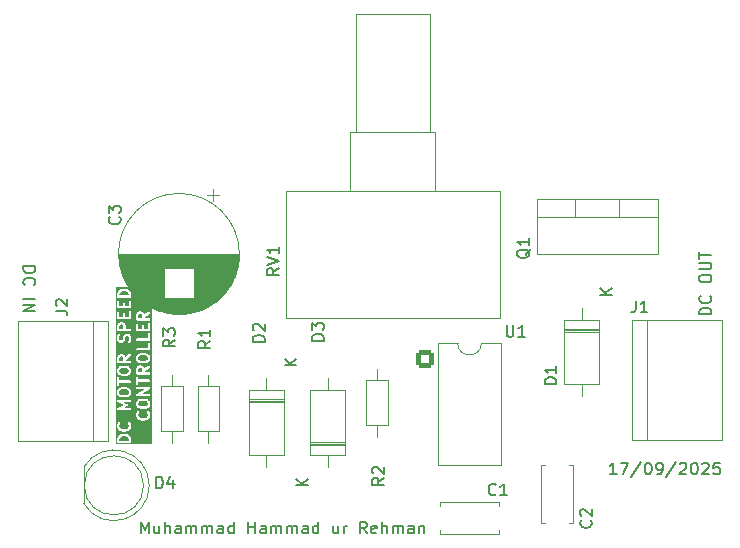
<source format=gto>
G04 #@! TF.GenerationSoftware,KiCad,Pcbnew,9.0.1*
G04 #@! TF.CreationDate,2025-08-18T16:23:54+05:00*
G04 #@! TF.ProjectId,dc_motor_speed_controller,64635f6d-6f74-46f7-925f-73706565645f,rev?*
G04 #@! TF.SameCoordinates,Original*
G04 #@! TF.FileFunction,Legend,Top*
G04 #@! TF.FilePolarity,Positive*
%FSLAX46Y46*%
G04 Gerber Fmt 4.6, Leading zero omitted, Abs format (unit mm)*
G04 Created by KiCad (PCBNEW 9.0.1) date 2025-08-18 16:23:54*
%MOMM*%
%LPD*%
G01*
G04 APERTURE LIST*
G04 Aperture macros list*
%AMRoundRect*
0 Rectangle with rounded corners*
0 $1 Rounding radius*
0 $2 $3 $4 $5 $6 $7 $8 $9 X,Y pos of 4 corners*
0 Add a 4 corners polygon primitive as box body*
4,1,4,$2,$3,$4,$5,$6,$7,$8,$9,$2,$3,0*
0 Add four circle primitives for the rounded corners*
1,1,$1+$1,$2,$3*
1,1,$1+$1,$4,$5*
1,1,$1+$1,$6,$7*
1,1,$1+$1,$8,$9*
0 Add four rect primitives between the rounded corners*
20,1,$1+$1,$2,$3,$4,$5,0*
20,1,$1+$1,$4,$5,$6,$7,0*
20,1,$1+$1,$6,$7,$8,$9,0*
20,1,$1+$1,$8,$9,$2,$3,0*%
G04 Aperture macros list end*
%ADD10C,0.200000*%
%ADD11C,0.150000*%
%ADD12C,0.120000*%
%ADD13C,3.800000*%
%ADD14C,1.400000*%
%ADD15O,1.400000X1.400000*%
%ADD16R,2.200000X2.200000*%
%ADD17O,2.200000X2.200000*%
%ADD18C,1.600000*%
%ADD19R,3.000000X3.000000*%
%ADD20C,3.000000*%
%ADD21RoundRect,0.250000X-0.550000X-0.550000X0.550000X-0.550000X0.550000X0.550000X-0.550000X0.550000X0*%
%ADD22R,1.905000X2.000000*%
%ADD23O,1.905000X2.000000*%
%ADD24R,2.000000X2.000000*%
%ADD25C,2.000000*%
%ADD26R,1.800000X1.800000*%
%ADD27C,1.800000*%
G04 APERTURE END LIST*
D10*
X122732780Y-107069673D02*
X123732780Y-107069673D01*
X123732780Y-107069673D02*
X123732780Y-107307768D01*
X123732780Y-107307768D02*
X123685161Y-107450625D01*
X123685161Y-107450625D02*
X123589923Y-107545863D01*
X123589923Y-107545863D02*
X123494685Y-107593482D01*
X123494685Y-107593482D02*
X123304209Y-107641101D01*
X123304209Y-107641101D02*
X123161352Y-107641101D01*
X123161352Y-107641101D02*
X122970876Y-107593482D01*
X122970876Y-107593482D02*
X122875638Y-107545863D01*
X122875638Y-107545863D02*
X122780400Y-107450625D01*
X122780400Y-107450625D02*
X122732780Y-107307768D01*
X122732780Y-107307768D02*
X122732780Y-107069673D01*
X122828019Y-108641101D02*
X122780400Y-108593482D01*
X122780400Y-108593482D02*
X122732780Y-108450625D01*
X122732780Y-108450625D02*
X122732780Y-108355387D01*
X122732780Y-108355387D02*
X122780400Y-108212530D01*
X122780400Y-108212530D02*
X122875638Y-108117292D01*
X122875638Y-108117292D02*
X122970876Y-108069673D01*
X122970876Y-108069673D02*
X123161352Y-108022054D01*
X123161352Y-108022054D02*
X123304209Y-108022054D01*
X123304209Y-108022054D02*
X123494685Y-108069673D01*
X123494685Y-108069673D02*
X123589923Y-108117292D01*
X123589923Y-108117292D02*
X123685161Y-108212530D01*
X123685161Y-108212530D02*
X123732780Y-108355387D01*
X123732780Y-108355387D02*
X123732780Y-108450625D01*
X123732780Y-108450625D02*
X123685161Y-108593482D01*
X123685161Y-108593482D02*
X123637542Y-108641101D01*
X122732780Y-109831578D02*
X123732780Y-109831578D01*
X122732780Y-110307768D02*
X123732780Y-110307768D01*
X123732780Y-110307768D02*
X122732780Y-110879196D01*
X122732780Y-110879196D02*
X123732780Y-110879196D01*
X180967219Y-111130326D02*
X179967219Y-111130326D01*
X179967219Y-111130326D02*
X179967219Y-110892231D01*
X179967219Y-110892231D02*
X180014838Y-110749374D01*
X180014838Y-110749374D02*
X180110076Y-110654136D01*
X180110076Y-110654136D02*
X180205314Y-110606517D01*
X180205314Y-110606517D02*
X180395790Y-110558898D01*
X180395790Y-110558898D02*
X180538647Y-110558898D01*
X180538647Y-110558898D02*
X180729123Y-110606517D01*
X180729123Y-110606517D02*
X180824361Y-110654136D01*
X180824361Y-110654136D02*
X180919600Y-110749374D01*
X180919600Y-110749374D02*
X180967219Y-110892231D01*
X180967219Y-110892231D02*
X180967219Y-111130326D01*
X180871980Y-109558898D02*
X180919600Y-109606517D01*
X180919600Y-109606517D02*
X180967219Y-109749374D01*
X180967219Y-109749374D02*
X180967219Y-109844612D01*
X180967219Y-109844612D02*
X180919600Y-109987469D01*
X180919600Y-109987469D02*
X180824361Y-110082707D01*
X180824361Y-110082707D02*
X180729123Y-110130326D01*
X180729123Y-110130326D02*
X180538647Y-110177945D01*
X180538647Y-110177945D02*
X180395790Y-110177945D01*
X180395790Y-110177945D02*
X180205314Y-110130326D01*
X180205314Y-110130326D02*
X180110076Y-110082707D01*
X180110076Y-110082707D02*
X180014838Y-109987469D01*
X180014838Y-109987469D02*
X179967219Y-109844612D01*
X179967219Y-109844612D02*
X179967219Y-109749374D01*
X179967219Y-109749374D02*
X180014838Y-109606517D01*
X180014838Y-109606517D02*
X180062457Y-109558898D01*
X179967219Y-108177945D02*
X179967219Y-107987469D01*
X179967219Y-107987469D02*
X180014838Y-107892231D01*
X180014838Y-107892231D02*
X180110076Y-107796993D01*
X180110076Y-107796993D02*
X180300552Y-107749374D01*
X180300552Y-107749374D02*
X180633885Y-107749374D01*
X180633885Y-107749374D02*
X180824361Y-107796993D01*
X180824361Y-107796993D02*
X180919600Y-107892231D01*
X180919600Y-107892231D02*
X180967219Y-107987469D01*
X180967219Y-107987469D02*
X180967219Y-108177945D01*
X180967219Y-108177945D02*
X180919600Y-108273183D01*
X180919600Y-108273183D02*
X180824361Y-108368421D01*
X180824361Y-108368421D02*
X180633885Y-108416040D01*
X180633885Y-108416040D02*
X180300552Y-108416040D01*
X180300552Y-108416040D02*
X180110076Y-108368421D01*
X180110076Y-108368421D02*
X180014838Y-108273183D01*
X180014838Y-108273183D02*
X179967219Y-108177945D01*
X179967219Y-107320802D02*
X180776742Y-107320802D01*
X180776742Y-107320802D02*
X180871980Y-107273183D01*
X180871980Y-107273183D02*
X180919600Y-107225564D01*
X180919600Y-107225564D02*
X180967219Y-107130326D01*
X180967219Y-107130326D02*
X180967219Y-106939850D01*
X180967219Y-106939850D02*
X180919600Y-106844612D01*
X180919600Y-106844612D02*
X180871980Y-106796993D01*
X180871980Y-106796993D02*
X180776742Y-106749374D01*
X180776742Y-106749374D02*
X179967219Y-106749374D01*
X179967219Y-106416040D02*
X179967219Y-105844612D01*
X180967219Y-106130326D02*
X179967219Y-106130326D01*
D11*
X172960588Y-124669819D02*
X172389160Y-124669819D01*
X172674874Y-124669819D02*
X172674874Y-123669819D01*
X172674874Y-123669819D02*
X172579636Y-123812676D01*
X172579636Y-123812676D02*
X172484398Y-123907914D01*
X172484398Y-123907914D02*
X172389160Y-123955533D01*
X173293922Y-123669819D02*
X173960588Y-123669819D01*
X173960588Y-123669819D02*
X173532017Y-124669819D01*
X175055826Y-123622200D02*
X174198684Y-124907914D01*
X175579636Y-123669819D02*
X175674874Y-123669819D01*
X175674874Y-123669819D02*
X175770112Y-123717438D01*
X175770112Y-123717438D02*
X175817731Y-123765057D01*
X175817731Y-123765057D02*
X175865350Y-123860295D01*
X175865350Y-123860295D02*
X175912969Y-124050771D01*
X175912969Y-124050771D02*
X175912969Y-124288866D01*
X175912969Y-124288866D02*
X175865350Y-124479342D01*
X175865350Y-124479342D02*
X175817731Y-124574580D01*
X175817731Y-124574580D02*
X175770112Y-124622200D01*
X175770112Y-124622200D02*
X175674874Y-124669819D01*
X175674874Y-124669819D02*
X175579636Y-124669819D01*
X175579636Y-124669819D02*
X175484398Y-124622200D01*
X175484398Y-124622200D02*
X175436779Y-124574580D01*
X175436779Y-124574580D02*
X175389160Y-124479342D01*
X175389160Y-124479342D02*
X175341541Y-124288866D01*
X175341541Y-124288866D02*
X175341541Y-124050771D01*
X175341541Y-124050771D02*
X175389160Y-123860295D01*
X175389160Y-123860295D02*
X175436779Y-123765057D01*
X175436779Y-123765057D02*
X175484398Y-123717438D01*
X175484398Y-123717438D02*
X175579636Y-123669819D01*
X176389160Y-124669819D02*
X176579636Y-124669819D01*
X176579636Y-124669819D02*
X176674874Y-124622200D01*
X176674874Y-124622200D02*
X176722493Y-124574580D01*
X176722493Y-124574580D02*
X176817731Y-124431723D01*
X176817731Y-124431723D02*
X176865350Y-124241247D01*
X176865350Y-124241247D02*
X176865350Y-123860295D01*
X176865350Y-123860295D02*
X176817731Y-123765057D01*
X176817731Y-123765057D02*
X176770112Y-123717438D01*
X176770112Y-123717438D02*
X176674874Y-123669819D01*
X176674874Y-123669819D02*
X176484398Y-123669819D01*
X176484398Y-123669819D02*
X176389160Y-123717438D01*
X176389160Y-123717438D02*
X176341541Y-123765057D01*
X176341541Y-123765057D02*
X176293922Y-123860295D01*
X176293922Y-123860295D02*
X176293922Y-124098390D01*
X176293922Y-124098390D02*
X176341541Y-124193628D01*
X176341541Y-124193628D02*
X176389160Y-124241247D01*
X176389160Y-124241247D02*
X176484398Y-124288866D01*
X176484398Y-124288866D02*
X176674874Y-124288866D01*
X176674874Y-124288866D02*
X176770112Y-124241247D01*
X176770112Y-124241247D02*
X176817731Y-124193628D01*
X176817731Y-124193628D02*
X176865350Y-124098390D01*
X178008207Y-123622200D02*
X177151065Y-124907914D01*
X178293922Y-123765057D02*
X178341541Y-123717438D01*
X178341541Y-123717438D02*
X178436779Y-123669819D01*
X178436779Y-123669819D02*
X178674874Y-123669819D01*
X178674874Y-123669819D02*
X178770112Y-123717438D01*
X178770112Y-123717438D02*
X178817731Y-123765057D01*
X178817731Y-123765057D02*
X178865350Y-123860295D01*
X178865350Y-123860295D02*
X178865350Y-123955533D01*
X178865350Y-123955533D02*
X178817731Y-124098390D01*
X178817731Y-124098390D02*
X178246303Y-124669819D01*
X178246303Y-124669819D02*
X178865350Y-124669819D01*
X179484398Y-123669819D02*
X179579636Y-123669819D01*
X179579636Y-123669819D02*
X179674874Y-123717438D01*
X179674874Y-123717438D02*
X179722493Y-123765057D01*
X179722493Y-123765057D02*
X179770112Y-123860295D01*
X179770112Y-123860295D02*
X179817731Y-124050771D01*
X179817731Y-124050771D02*
X179817731Y-124288866D01*
X179817731Y-124288866D02*
X179770112Y-124479342D01*
X179770112Y-124479342D02*
X179722493Y-124574580D01*
X179722493Y-124574580D02*
X179674874Y-124622200D01*
X179674874Y-124622200D02*
X179579636Y-124669819D01*
X179579636Y-124669819D02*
X179484398Y-124669819D01*
X179484398Y-124669819D02*
X179389160Y-124622200D01*
X179389160Y-124622200D02*
X179341541Y-124574580D01*
X179341541Y-124574580D02*
X179293922Y-124479342D01*
X179293922Y-124479342D02*
X179246303Y-124288866D01*
X179246303Y-124288866D02*
X179246303Y-124050771D01*
X179246303Y-124050771D02*
X179293922Y-123860295D01*
X179293922Y-123860295D02*
X179341541Y-123765057D01*
X179341541Y-123765057D02*
X179389160Y-123717438D01*
X179389160Y-123717438D02*
X179484398Y-123669819D01*
X180198684Y-123765057D02*
X180246303Y-123717438D01*
X180246303Y-123717438D02*
X180341541Y-123669819D01*
X180341541Y-123669819D02*
X180579636Y-123669819D01*
X180579636Y-123669819D02*
X180674874Y-123717438D01*
X180674874Y-123717438D02*
X180722493Y-123765057D01*
X180722493Y-123765057D02*
X180770112Y-123860295D01*
X180770112Y-123860295D02*
X180770112Y-123955533D01*
X180770112Y-123955533D02*
X180722493Y-124098390D01*
X180722493Y-124098390D02*
X180151065Y-124669819D01*
X180151065Y-124669819D02*
X180770112Y-124669819D01*
X181674874Y-123669819D02*
X181198684Y-123669819D01*
X181198684Y-123669819D02*
X181151065Y-124146009D01*
X181151065Y-124146009D02*
X181198684Y-124098390D01*
X181198684Y-124098390D02*
X181293922Y-124050771D01*
X181293922Y-124050771D02*
X181532017Y-124050771D01*
X181532017Y-124050771D02*
X181627255Y-124098390D01*
X181627255Y-124098390D02*
X181674874Y-124146009D01*
X181674874Y-124146009D02*
X181722493Y-124241247D01*
X181722493Y-124241247D02*
X181722493Y-124479342D01*
X181722493Y-124479342D02*
X181674874Y-124574580D01*
X181674874Y-124574580D02*
X181627255Y-124622200D01*
X181627255Y-124622200D02*
X181532017Y-124669819D01*
X181532017Y-124669819D02*
X181293922Y-124669819D01*
X181293922Y-124669819D02*
X181198684Y-124622200D01*
X181198684Y-124622200D02*
X181151065Y-124574580D01*
D10*
G36*
X131484274Y-121475303D02*
G01*
X131555183Y-121510757D01*
X131622253Y-121577827D01*
X131657275Y-121682892D01*
X131657275Y-121804761D01*
X130857275Y-121804761D01*
X130857275Y-121682893D01*
X130892296Y-121577828D01*
X130959369Y-121510756D01*
X131030274Y-121475303D01*
X131198155Y-121433333D01*
X131316393Y-121433333D01*
X131484274Y-121475303D01*
G37*
G36*
X133173236Y-118495058D02*
G01*
X133237414Y-118559235D01*
X133267219Y-118618845D01*
X133267219Y-118762107D01*
X133237414Y-118821716D01*
X133173236Y-118885893D01*
X133021575Y-118923809D01*
X132712861Y-118923809D01*
X132561202Y-118885894D01*
X132497023Y-118821715D01*
X132467219Y-118762106D01*
X132467219Y-118618845D01*
X132497023Y-118559236D01*
X132561202Y-118495057D01*
X132712861Y-118457143D01*
X133021575Y-118457143D01*
X133173236Y-118495058D01*
G37*
G36*
X131563292Y-117518867D02*
G01*
X131627470Y-117583044D01*
X131657275Y-117642654D01*
X131657275Y-117785916D01*
X131627470Y-117845525D01*
X131563292Y-117909702D01*
X131411631Y-117947618D01*
X131102917Y-117947618D01*
X130951258Y-117909703D01*
X130887079Y-117845524D01*
X130857275Y-117785915D01*
X130857275Y-117642654D01*
X130887079Y-117583045D01*
X130951258Y-117518866D01*
X131102917Y-117480952D01*
X131411631Y-117480952D01*
X131563292Y-117518867D01*
G37*
G36*
X131563292Y-115709343D02*
G01*
X131627470Y-115773520D01*
X131657275Y-115833130D01*
X131657275Y-115976392D01*
X131627470Y-116036001D01*
X131563292Y-116100178D01*
X131411631Y-116138094D01*
X131102917Y-116138094D01*
X130951258Y-116100179D01*
X130887079Y-116036000D01*
X130857275Y-115976391D01*
X130857275Y-115833130D01*
X130887079Y-115773521D01*
X130951258Y-115709342D01*
X131102917Y-115671428D01*
X131411631Y-115671428D01*
X131563292Y-115709343D01*
G37*
G36*
X132736554Y-115677424D02*
G01*
X132761223Y-115702092D01*
X132791028Y-115761702D01*
X132791028Y-116019047D01*
X132467219Y-116019047D01*
X132467219Y-115761702D01*
X132497024Y-115702092D01*
X132521692Y-115677423D01*
X132581302Y-115647619D01*
X132676945Y-115647619D01*
X132736554Y-115677424D01*
G37*
G36*
X133173236Y-114637915D02*
G01*
X133237414Y-114702092D01*
X133267219Y-114761702D01*
X133267219Y-114904964D01*
X133237414Y-114964573D01*
X133173236Y-115028750D01*
X133021575Y-115066666D01*
X132712861Y-115066666D01*
X132561202Y-115028751D01*
X132497023Y-114964572D01*
X132467219Y-114904963D01*
X132467219Y-114761702D01*
X132497023Y-114702093D01*
X132561202Y-114637914D01*
X132712861Y-114600000D01*
X133021575Y-114600000D01*
X133173236Y-114637915D01*
G37*
G36*
X131126610Y-114701233D02*
G01*
X131151279Y-114725901D01*
X131181084Y-114785511D01*
X131181084Y-115042856D01*
X130857275Y-115042856D01*
X130857275Y-114785511D01*
X130887080Y-114725901D01*
X130911748Y-114701232D01*
X130971358Y-114671428D01*
X131067001Y-114671428D01*
X131126610Y-114701233D01*
G37*
G36*
X131126610Y-111986947D02*
G01*
X131151279Y-112011615D01*
X131181084Y-112071225D01*
X131181084Y-112328570D01*
X130857275Y-112328570D01*
X130857275Y-112071225D01*
X130887080Y-112011615D01*
X130911748Y-111986946D01*
X130971358Y-111957142D01*
X131067001Y-111957142D01*
X131126610Y-111986947D01*
G37*
G36*
X132736554Y-111105995D02*
G01*
X132761223Y-111130663D01*
X132791028Y-111190273D01*
X132791028Y-111447618D01*
X132467219Y-111447618D01*
X132467219Y-111190273D01*
X132497024Y-111130663D01*
X132521692Y-111105994D01*
X132581302Y-111076190D01*
X132676945Y-111076190D01*
X132736554Y-111105995D01*
G37*
G36*
X131484274Y-109189588D02*
G01*
X131555183Y-109225042D01*
X131622253Y-109292112D01*
X131657275Y-109397177D01*
X131657275Y-109519046D01*
X130857275Y-109519046D01*
X130857275Y-109397178D01*
X130892296Y-109292113D01*
X130959369Y-109225041D01*
X131030274Y-109189588D01*
X131198155Y-109147618D01*
X131316393Y-109147618D01*
X131484274Y-109189588D01*
G37*
G36*
X133578330Y-122115872D02*
G01*
X130546164Y-122115872D01*
X130546164Y-121666666D01*
X130657275Y-121666666D01*
X130657275Y-121904761D01*
X130659196Y-121924270D01*
X130674128Y-121960318D01*
X130701718Y-121987908D01*
X130737766Y-122002840D01*
X130757275Y-122004761D01*
X131757275Y-122004761D01*
X131776784Y-122002840D01*
X131812832Y-121987908D01*
X131840422Y-121960318D01*
X131855354Y-121924270D01*
X131857275Y-121904761D01*
X131857275Y-121666666D01*
X131856302Y-121656792D01*
X131856490Y-121654158D01*
X131855702Y-121650694D01*
X131855354Y-121647157D01*
X131854342Y-121644715D01*
X131852143Y-121635043D01*
X131804524Y-121492186D01*
X131796533Y-121474286D01*
X131794178Y-121471570D01*
X131792803Y-121468251D01*
X131780367Y-121453098D01*
X131685127Y-121357860D01*
X131677457Y-121351565D01*
X131675728Y-121349571D01*
X131672723Y-121347679D01*
X131669974Y-121345423D01*
X131667530Y-121344410D01*
X131659138Y-121339128D01*
X131563900Y-121291509D01*
X131562473Y-121290963D01*
X131561893Y-121290533D01*
X131553716Y-121287611D01*
X131545592Y-121284503D01*
X131544869Y-121284451D01*
X131543432Y-121283938D01*
X131352957Y-121236319D01*
X131349575Y-121235818D01*
X131348212Y-121235254D01*
X131340861Y-121234530D01*
X131333564Y-121233451D01*
X131332105Y-121233668D01*
X131328703Y-121233333D01*
X131185846Y-121233333D01*
X131182443Y-121233668D01*
X131180985Y-121233451D01*
X131173687Y-121234530D01*
X131166337Y-121235254D01*
X131164973Y-121235818D01*
X131161592Y-121236319D01*
X130971116Y-121283938D01*
X130969677Y-121284451D01*
X130968957Y-121284503D01*
X130960832Y-121287611D01*
X130952656Y-121290533D01*
X130952076Y-121290962D01*
X130950648Y-121291509D01*
X130855411Y-121339128D01*
X130847012Y-121344414D01*
X130844575Y-121345424D01*
X130841831Y-121347675D01*
X130838820Y-121349571D01*
X130837087Y-121351568D01*
X130829421Y-121357860D01*
X130734183Y-121453098D01*
X130721747Y-121468252D01*
X130720372Y-121471570D01*
X130718017Y-121474286D01*
X130710026Y-121492187D01*
X130662407Y-121635043D01*
X130660207Y-121644714D01*
X130659196Y-121647157D01*
X130658847Y-121650695D01*
X130658060Y-121654159D01*
X130658247Y-121656792D01*
X130657275Y-121666666D01*
X130546164Y-121666666D01*
X130546164Y-120523809D01*
X130657275Y-120523809D01*
X130657275Y-120619047D01*
X130658247Y-120628920D01*
X130658060Y-120631554D01*
X130658847Y-120635017D01*
X130659196Y-120638556D01*
X130660207Y-120640998D01*
X130662407Y-120650670D01*
X130710026Y-120793526D01*
X130718017Y-120811427D01*
X130720372Y-120814142D01*
X130721747Y-120817461D01*
X130734183Y-120832615D01*
X130829421Y-120927853D01*
X130837087Y-120934144D01*
X130838820Y-120936142D01*
X130841831Y-120938037D01*
X130844575Y-120940289D01*
X130847012Y-120941298D01*
X130855411Y-120946585D01*
X130950648Y-120994204D01*
X130952076Y-120994750D01*
X130952656Y-120995180D01*
X130960832Y-120998101D01*
X130968957Y-121001210D01*
X130969677Y-121001261D01*
X130971116Y-121001775D01*
X131161592Y-121049394D01*
X131164973Y-121049894D01*
X131166337Y-121050459D01*
X131173687Y-121051182D01*
X131180985Y-121052262D01*
X131182443Y-121052044D01*
X131185846Y-121052380D01*
X131328703Y-121052380D01*
X131332105Y-121052044D01*
X131333564Y-121052262D01*
X131340861Y-121051182D01*
X131348212Y-121050459D01*
X131349575Y-121049894D01*
X131352957Y-121049394D01*
X131543432Y-121001775D01*
X131544869Y-121001261D01*
X131545592Y-121001210D01*
X131553716Y-120998101D01*
X131561893Y-120995180D01*
X131562473Y-120994749D01*
X131563900Y-120994204D01*
X131659138Y-120946585D01*
X131667530Y-120941302D01*
X131669974Y-120940290D01*
X131672723Y-120938033D01*
X131675728Y-120936142D01*
X131677457Y-120934147D01*
X131685127Y-120927853D01*
X131780367Y-120832615D01*
X131792803Y-120817462D01*
X131794178Y-120814142D01*
X131796533Y-120811427D01*
X131804524Y-120793527D01*
X131852143Y-120650670D01*
X131854342Y-120640997D01*
X131855354Y-120638556D01*
X131855702Y-120635018D01*
X131856490Y-120631555D01*
X131856302Y-120628920D01*
X131857275Y-120619047D01*
X131857275Y-120523809D01*
X131856302Y-120513935D01*
X131856490Y-120511301D01*
X131855702Y-120507837D01*
X131855354Y-120504300D01*
X131854342Y-120501858D01*
X131852143Y-120492186D01*
X131804524Y-120349329D01*
X131796533Y-120331429D01*
X131794178Y-120328713D01*
X131792803Y-120325394D01*
X131780366Y-120310240D01*
X131732746Y-120262622D01*
X131717593Y-120250185D01*
X131681544Y-120235254D01*
X131642526Y-120235255D01*
X131606478Y-120250186D01*
X131578888Y-120277776D01*
X131563957Y-120313825D01*
X131563958Y-120352843D01*
X131578889Y-120388891D01*
X131591326Y-120404044D01*
X131622253Y-120434970D01*
X131657275Y-120540035D01*
X131657275Y-120602820D01*
X131622253Y-120707885D01*
X131555183Y-120774955D01*
X131484274Y-120810409D01*
X131316393Y-120852380D01*
X131198155Y-120852380D01*
X131030274Y-120810409D01*
X130959369Y-120774957D01*
X130892296Y-120707884D01*
X130857275Y-120602820D01*
X130857275Y-120540036D01*
X130892296Y-120434970D01*
X130923223Y-120404044D01*
X130935660Y-120388891D01*
X130950591Y-120352842D01*
X130950591Y-120313824D01*
X130935660Y-120277776D01*
X130908070Y-120250186D01*
X130872022Y-120235255D01*
X130833004Y-120235255D01*
X130796955Y-120250186D01*
X130781802Y-120262623D01*
X130734183Y-120310241D01*
X130721747Y-120325395D01*
X130720372Y-120328713D01*
X130718017Y-120331429D01*
X130710026Y-120349330D01*
X130662407Y-120492186D01*
X130660207Y-120501857D01*
X130659196Y-120504300D01*
X130658847Y-120507838D01*
X130658060Y-120511302D01*
X130658247Y-120513935D01*
X130657275Y-120523809D01*
X130546164Y-120523809D01*
X130546164Y-119595238D01*
X132267219Y-119595238D01*
X132267219Y-119690476D01*
X132268191Y-119700349D01*
X132268004Y-119702983D01*
X132268791Y-119706446D01*
X132269140Y-119709985D01*
X132270151Y-119712427D01*
X132272351Y-119722099D01*
X132319970Y-119864955D01*
X132327961Y-119882856D01*
X132330316Y-119885571D01*
X132331691Y-119888890D01*
X132344127Y-119904044D01*
X132439365Y-119999282D01*
X132447031Y-120005573D01*
X132448764Y-120007571D01*
X132451775Y-120009466D01*
X132454519Y-120011718D01*
X132456956Y-120012727D01*
X132465355Y-120018014D01*
X132560592Y-120065633D01*
X132562020Y-120066179D01*
X132562600Y-120066609D01*
X132570776Y-120069530D01*
X132578901Y-120072639D01*
X132579621Y-120072690D01*
X132581060Y-120073204D01*
X132771536Y-120120823D01*
X132774917Y-120121323D01*
X132776281Y-120121888D01*
X132783631Y-120122611D01*
X132790929Y-120123691D01*
X132792387Y-120123473D01*
X132795790Y-120123809D01*
X132938647Y-120123809D01*
X132942049Y-120123473D01*
X132943508Y-120123691D01*
X132950805Y-120122611D01*
X132958156Y-120121888D01*
X132959519Y-120121323D01*
X132962901Y-120120823D01*
X133153376Y-120073204D01*
X133154813Y-120072690D01*
X133155536Y-120072639D01*
X133163660Y-120069530D01*
X133171837Y-120066609D01*
X133172417Y-120066178D01*
X133173844Y-120065633D01*
X133269082Y-120018014D01*
X133277474Y-120012731D01*
X133279918Y-120011719D01*
X133282667Y-120009462D01*
X133285672Y-120007571D01*
X133287401Y-120005576D01*
X133295071Y-119999282D01*
X133390311Y-119904044D01*
X133402747Y-119888891D01*
X133404122Y-119885571D01*
X133406477Y-119882856D01*
X133414468Y-119864956D01*
X133462087Y-119722099D01*
X133464286Y-119712426D01*
X133465298Y-119709985D01*
X133465646Y-119706447D01*
X133466434Y-119702984D01*
X133466246Y-119700349D01*
X133467219Y-119690476D01*
X133467219Y-119595238D01*
X133466246Y-119585364D01*
X133466434Y-119582730D01*
X133465646Y-119579266D01*
X133465298Y-119575729D01*
X133464286Y-119573287D01*
X133462087Y-119563615D01*
X133414468Y-119420758D01*
X133406477Y-119402858D01*
X133404122Y-119400142D01*
X133402747Y-119396823D01*
X133390310Y-119381669D01*
X133342690Y-119334051D01*
X133327537Y-119321614D01*
X133291488Y-119306683D01*
X133252470Y-119306684D01*
X133216422Y-119321615D01*
X133188832Y-119349205D01*
X133173901Y-119385254D01*
X133173902Y-119424272D01*
X133188833Y-119460320D01*
X133201270Y-119475473D01*
X133232197Y-119506399D01*
X133267219Y-119611464D01*
X133267219Y-119674249D01*
X133232197Y-119779314D01*
X133165127Y-119846384D01*
X133094218Y-119881838D01*
X132926337Y-119923809D01*
X132808099Y-119923809D01*
X132640218Y-119881838D01*
X132569313Y-119846386D01*
X132502240Y-119779313D01*
X132467219Y-119674249D01*
X132467219Y-119611465D01*
X132502240Y-119506399D01*
X132533167Y-119475473D01*
X132545604Y-119460320D01*
X132560535Y-119424271D01*
X132560535Y-119385253D01*
X132545604Y-119349205D01*
X132518014Y-119321615D01*
X132481966Y-119306684D01*
X132442948Y-119306684D01*
X132406899Y-119321615D01*
X132391746Y-119334052D01*
X132344127Y-119381670D01*
X132331691Y-119396824D01*
X132330316Y-119400142D01*
X132327961Y-119402858D01*
X132319970Y-119420759D01*
X132272351Y-119563615D01*
X132270151Y-119573286D01*
X132269140Y-119575729D01*
X132268791Y-119579267D01*
X132268004Y-119582731D01*
X132268191Y-119585364D01*
X132267219Y-119595238D01*
X130546164Y-119595238D01*
X130546164Y-118491373D01*
X130658434Y-118491373D01*
X130659196Y-118493468D01*
X130659196Y-118495699D01*
X130665840Y-118511740D01*
X130671769Y-118528042D01*
X130673274Y-118529685D01*
X130674128Y-118531747D01*
X130686401Y-118544020D01*
X130698120Y-118556817D01*
X130700764Y-118558383D01*
X130701718Y-118559337D01*
X130703899Y-118560240D01*
X130714986Y-118566808D01*
X131235090Y-118809523D01*
X130714986Y-119052238D01*
X130703899Y-119058805D01*
X130701718Y-119059709D01*
X130700764Y-119060662D01*
X130698120Y-119062229D01*
X130686401Y-119075025D01*
X130674128Y-119087299D01*
X130673274Y-119089360D01*
X130671769Y-119091004D01*
X130665840Y-119107305D01*
X130659196Y-119123347D01*
X130659196Y-119125577D01*
X130658434Y-119127673D01*
X130659196Y-119145012D01*
X130659196Y-119162365D01*
X130660049Y-119164424D01*
X130660147Y-119166653D01*
X130667488Y-119182383D01*
X130674128Y-119198413D01*
X130675704Y-119199989D01*
X130676648Y-119202011D01*
X130689444Y-119213729D01*
X130701718Y-119226003D01*
X130703779Y-119226856D01*
X130705423Y-119228362D01*
X130721724Y-119234290D01*
X130737766Y-119240935D01*
X130740824Y-119241236D01*
X130742092Y-119241697D01*
X130744451Y-119241593D01*
X130757275Y-119242856D01*
X131757275Y-119242856D01*
X131776784Y-119240935D01*
X131812832Y-119226003D01*
X131840422Y-119198413D01*
X131855354Y-119162365D01*
X131855354Y-119123347D01*
X131840422Y-119087299D01*
X131812832Y-119059709D01*
X131776784Y-119044777D01*
X131757275Y-119042856D01*
X131208031Y-119042856D01*
X131513849Y-118900141D01*
X131520990Y-118895910D01*
X131523412Y-118895030D01*
X131525124Y-118893461D01*
X131530715Y-118890150D01*
X131540975Y-118878945D01*
X131552188Y-118868678D01*
X131554067Y-118864650D01*
X131557067Y-118861375D01*
X131562258Y-118847099D01*
X131568688Y-118833321D01*
X131568883Y-118828880D01*
X131570401Y-118824706D01*
X131569733Y-118809523D01*
X131570401Y-118794340D01*
X131568883Y-118790165D01*
X131568688Y-118785725D01*
X131562258Y-118771946D01*
X131557067Y-118757671D01*
X131554067Y-118754395D01*
X131552188Y-118750368D01*
X131540975Y-118740100D01*
X131530715Y-118728896D01*
X131525124Y-118725584D01*
X131523412Y-118724016D01*
X131520990Y-118723135D01*
X131513849Y-118718905D01*
X131248848Y-118595238D01*
X132267219Y-118595238D01*
X132267219Y-118785714D01*
X132269140Y-118805223D01*
X132270515Y-118808543D01*
X132270770Y-118812127D01*
X132277776Y-118830435D01*
X132325395Y-118925673D01*
X132330680Y-118934069D01*
X132331691Y-118936509D01*
X132333944Y-118939255D01*
X132335838Y-118942263D01*
X132337832Y-118943992D01*
X132344127Y-118951663D01*
X132439365Y-119046901D01*
X132454519Y-119059337D01*
X132461387Y-119062182D01*
X132467362Y-119066609D01*
X132485822Y-119073204D01*
X132676298Y-119120823D01*
X132679679Y-119121323D01*
X132681043Y-119121888D01*
X132688393Y-119122611D01*
X132695691Y-119123691D01*
X132697149Y-119123473D01*
X132700552Y-119123809D01*
X133033885Y-119123809D01*
X133037287Y-119123473D01*
X133038746Y-119123691D01*
X133046043Y-119122611D01*
X133053394Y-119121888D01*
X133054757Y-119121323D01*
X133058139Y-119120823D01*
X133248614Y-119073204D01*
X133267075Y-119066609D01*
X133273047Y-119062183D01*
X133279918Y-119059338D01*
X133295071Y-119046901D01*
X133390311Y-118951663D01*
X133396604Y-118943994D01*
X133398600Y-118942264D01*
X133400493Y-118939256D01*
X133402747Y-118936510D01*
X133403757Y-118934069D01*
X133409043Y-118925673D01*
X133456662Y-118830436D01*
X133463668Y-118812127D01*
X133463922Y-118808543D01*
X133465298Y-118805223D01*
X133467219Y-118785714D01*
X133467219Y-118595238D01*
X133465298Y-118575729D01*
X133463922Y-118572408D01*
X133463668Y-118568825D01*
X133456662Y-118550516D01*
X133409043Y-118455279D01*
X133403757Y-118446882D01*
X133402747Y-118444442D01*
X133400493Y-118441695D01*
X133398600Y-118438688D01*
X133396604Y-118436957D01*
X133390311Y-118429289D01*
X133295071Y-118334051D01*
X133279918Y-118321614D01*
X133273047Y-118318768D01*
X133267075Y-118314343D01*
X133248614Y-118307748D01*
X133058139Y-118260129D01*
X133054757Y-118259628D01*
X133053394Y-118259064D01*
X133046043Y-118258340D01*
X133038746Y-118257261D01*
X133037287Y-118257478D01*
X133033885Y-118257143D01*
X132700552Y-118257143D01*
X132697149Y-118257478D01*
X132695691Y-118257261D01*
X132688393Y-118258340D01*
X132681043Y-118259064D01*
X132679679Y-118259628D01*
X132676298Y-118260129D01*
X132485822Y-118307748D01*
X132467362Y-118314343D01*
X132461387Y-118318769D01*
X132454519Y-118321615D01*
X132439365Y-118334051D01*
X132344127Y-118429289D01*
X132337832Y-118436959D01*
X132335838Y-118438689D01*
X132333944Y-118441696D01*
X132331691Y-118444443D01*
X132330680Y-118446882D01*
X132325395Y-118455279D01*
X132277776Y-118550517D01*
X132270770Y-118568825D01*
X132270515Y-118572408D01*
X132269140Y-118575729D01*
X132267219Y-118595238D01*
X131248848Y-118595238D01*
X131208031Y-118576190D01*
X131757275Y-118576190D01*
X131776784Y-118574269D01*
X131812832Y-118559337D01*
X131840422Y-118531747D01*
X131855354Y-118495699D01*
X131855354Y-118456681D01*
X131840422Y-118420633D01*
X131812832Y-118393043D01*
X131776784Y-118378111D01*
X131757275Y-118376190D01*
X130757275Y-118376190D01*
X130744451Y-118377452D01*
X130742092Y-118377349D01*
X130740824Y-118377809D01*
X130737766Y-118378111D01*
X130721724Y-118384755D01*
X130705423Y-118390684D01*
X130703779Y-118392189D01*
X130701718Y-118393043D01*
X130689444Y-118405316D01*
X130676648Y-118417035D01*
X130675704Y-118419056D01*
X130674128Y-118420633D01*
X130667488Y-118436662D01*
X130660147Y-118452393D01*
X130660049Y-118454621D01*
X130659196Y-118456681D01*
X130659196Y-118474033D01*
X130658434Y-118491373D01*
X130546164Y-118491373D01*
X130546164Y-117619047D01*
X130657275Y-117619047D01*
X130657275Y-117809523D01*
X130659196Y-117829032D01*
X130660571Y-117832352D01*
X130660826Y-117835936D01*
X130667832Y-117854244D01*
X130715451Y-117949482D01*
X130720736Y-117957878D01*
X130721747Y-117960318D01*
X130724000Y-117963064D01*
X130725894Y-117966072D01*
X130727888Y-117967801D01*
X130734183Y-117975472D01*
X130829421Y-118070710D01*
X130844575Y-118083146D01*
X130851443Y-118085991D01*
X130857418Y-118090418D01*
X130875878Y-118097013D01*
X131066354Y-118144632D01*
X131069735Y-118145132D01*
X131071099Y-118145697D01*
X131078449Y-118146420D01*
X131085747Y-118147500D01*
X131087205Y-118147282D01*
X131090608Y-118147618D01*
X131423941Y-118147618D01*
X131427343Y-118147282D01*
X131428802Y-118147500D01*
X131436099Y-118146420D01*
X131443450Y-118145697D01*
X131444813Y-118145132D01*
X131448195Y-118144632D01*
X131638670Y-118097013D01*
X131657131Y-118090418D01*
X131663103Y-118085992D01*
X131669974Y-118083147D01*
X131685127Y-118070710D01*
X131780367Y-117975472D01*
X131786660Y-117967803D01*
X131788656Y-117966073D01*
X131790549Y-117963065D01*
X131792803Y-117960319D01*
X131793813Y-117957878D01*
X131799099Y-117949482D01*
X131813047Y-117921586D01*
X132267463Y-117921586D01*
X132269140Y-117934779D01*
X132269140Y-117948080D01*
X132271579Y-117953968D01*
X132272383Y-117960293D01*
X132278983Y-117971842D01*
X132284072Y-117984128D01*
X132288579Y-117988635D01*
X132291742Y-117994170D01*
X132302256Y-118002312D01*
X132311662Y-118011718D01*
X132317552Y-118014157D01*
X132322591Y-118018060D01*
X132335419Y-118021558D01*
X132347710Y-118026650D01*
X132357687Y-118027632D01*
X132360234Y-118028327D01*
X132362201Y-118028076D01*
X132367219Y-118028571D01*
X133367219Y-118028571D01*
X133386728Y-118026650D01*
X133422776Y-118011718D01*
X133450366Y-117984128D01*
X133465298Y-117948080D01*
X133465298Y-117909062D01*
X133450366Y-117873014D01*
X133422776Y-117845424D01*
X133386728Y-117830492D01*
X133367219Y-117828571D01*
X132743775Y-117828571D01*
X133416833Y-117443967D01*
X133420943Y-117441048D01*
X133422776Y-117440290D01*
X133424642Y-117438423D01*
X133432818Y-117432620D01*
X133440962Y-117422103D01*
X133450366Y-117412700D01*
X133452804Y-117406812D01*
X133456709Y-117401771D01*
X133460208Y-117388938D01*
X133465298Y-117376652D01*
X133465298Y-117370276D01*
X133466975Y-117364127D01*
X133465298Y-117350933D01*
X133465298Y-117337634D01*
X133462858Y-117331745D01*
X133462055Y-117325421D01*
X133455454Y-117313871D01*
X133450366Y-117301586D01*
X133445858Y-117297078D01*
X133442696Y-117291544D01*
X133432179Y-117283399D01*
X133422776Y-117273996D01*
X133416888Y-117271557D01*
X133411847Y-117267653D01*
X133399014Y-117264153D01*
X133386728Y-117259064D01*
X133376750Y-117258081D01*
X133374204Y-117257387D01*
X133372236Y-117257637D01*
X133367219Y-117257143D01*
X132367219Y-117257143D01*
X132347710Y-117259064D01*
X132311662Y-117273996D01*
X132284072Y-117301586D01*
X132269140Y-117337634D01*
X132269140Y-117376652D01*
X132284072Y-117412700D01*
X132311662Y-117440290D01*
X132347710Y-117455222D01*
X132367219Y-117457143D01*
X132990663Y-117457143D01*
X132317605Y-117841747D01*
X132313494Y-117844665D01*
X132311662Y-117845424D01*
X132309795Y-117847290D01*
X132301620Y-117853094D01*
X132293477Y-117863608D01*
X132284072Y-117873014D01*
X132281632Y-117878904D01*
X132277730Y-117883943D01*
X132274231Y-117896771D01*
X132269140Y-117909062D01*
X132269140Y-117915437D01*
X132267463Y-117921586D01*
X131813047Y-117921586D01*
X131846718Y-117854245D01*
X131853724Y-117835936D01*
X131853978Y-117832352D01*
X131855354Y-117829032D01*
X131857275Y-117809523D01*
X131857275Y-117619047D01*
X131855354Y-117599538D01*
X131853978Y-117596217D01*
X131853724Y-117592634D01*
X131846718Y-117574325D01*
X131799099Y-117479088D01*
X131793813Y-117470691D01*
X131792803Y-117468251D01*
X131790549Y-117465504D01*
X131788656Y-117462497D01*
X131786660Y-117460766D01*
X131780367Y-117453098D01*
X131685127Y-117357860D01*
X131669974Y-117345423D01*
X131663103Y-117342577D01*
X131657131Y-117338152D01*
X131638670Y-117331557D01*
X131448195Y-117283938D01*
X131444813Y-117283437D01*
X131443450Y-117282873D01*
X131436099Y-117282149D01*
X131428802Y-117281070D01*
X131427343Y-117281287D01*
X131423941Y-117280952D01*
X131090608Y-117280952D01*
X131087205Y-117281287D01*
X131085747Y-117281070D01*
X131078449Y-117282149D01*
X131071099Y-117282873D01*
X131069735Y-117283437D01*
X131066354Y-117283938D01*
X130875878Y-117331557D01*
X130857418Y-117338152D01*
X130851443Y-117342578D01*
X130844575Y-117345424D01*
X130829421Y-117357860D01*
X130734183Y-117453098D01*
X130727888Y-117460768D01*
X130725894Y-117462498D01*
X130724000Y-117465505D01*
X130721747Y-117468252D01*
X130720736Y-117470691D01*
X130715451Y-117479088D01*
X130667832Y-117574326D01*
X130660826Y-117592634D01*
X130660571Y-117596217D01*
X130659196Y-117599538D01*
X130657275Y-117619047D01*
X130546164Y-117619047D01*
X130546164Y-116523809D01*
X130657275Y-116523809D01*
X130657275Y-117095237D01*
X130659196Y-117114746D01*
X130674128Y-117150794D01*
X130701718Y-117178384D01*
X130737766Y-117193316D01*
X130776784Y-117193316D01*
X130812832Y-117178384D01*
X130840422Y-117150794D01*
X130855354Y-117114746D01*
X130857275Y-117095237D01*
X130857275Y-116909523D01*
X131757275Y-116909523D01*
X131776784Y-116907602D01*
X131812832Y-116892670D01*
X131840422Y-116865080D01*
X131855354Y-116829032D01*
X131855354Y-116790014D01*
X131840422Y-116753966D01*
X131812832Y-116726376D01*
X131776784Y-116711444D01*
X131757275Y-116709523D01*
X130857275Y-116709523D01*
X130857275Y-116523809D01*
X130855354Y-116504300D01*
X130840422Y-116468252D01*
X130824551Y-116452381D01*
X132267219Y-116452381D01*
X132267219Y-117023809D01*
X132269140Y-117043318D01*
X132284072Y-117079366D01*
X132311662Y-117106956D01*
X132347710Y-117121888D01*
X132386728Y-117121888D01*
X132422776Y-117106956D01*
X132450366Y-117079366D01*
X132465298Y-117043318D01*
X132467219Y-117023809D01*
X132467219Y-116838095D01*
X133367219Y-116838095D01*
X133386728Y-116836174D01*
X133422776Y-116821242D01*
X133450366Y-116793652D01*
X133465298Y-116757604D01*
X133465298Y-116718586D01*
X133450366Y-116682538D01*
X133422776Y-116654948D01*
X133386728Y-116640016D01*
X133367219Y-116638095D01*
X132467219Y-116638095D01*
X132467219Y-116452381D01*
X132465298Y-116432872D01*
X132450366Y-116396824D01*
X132422776Y-116369234D01*
X132386728Y-116354302D01*
X132347710Y-116354302D01*
X132311662Y-116369234D01*
X132284072Y-116396824D01*
X132269140Y-116432872D01*
X132267219Y-116452381D01*
X130824551Y-116452381D01*
X130812832Y-116440662D01*
X130776784Y-116425730D01*
X130737766Y-116425730D01*
X130701718Y-116440662D01*
X130674128Y-116468252D01*
X130659196Y-116504300D01*
X130657275Y-116523809D01*
X130546164Y-116523809D01*
X130546164Y-115809523D01*
X130657275Y-115809523D01*
X130657275Y-115999999D01*
X130659196Y-116019508D01*
X130660571Y-116022828D01*
X130660826Y-116026412D01*
X130667832Y-116044720D01*
X130715451Y-116139958D01*
X130720736Y-116148354D01*
X130721747Y-116150794D01*
X130724000Y-116153540D01*
X130725894Y-116156548D01*
X130727888Y-116158277D01*
X130734183Y-116165948D01*
X130829421Y-116261186D01*
X130844575Y-116273622D01*
X130851443Y-116276467D01*
X130857418Y-116280894D01*
X130875878Y-116287489D01*
X131066354Y-116335108D01*
X131069735Y-116335608D01*
X131071099Y-116336173D01*
X131078449Y-116336896D01*
X131085747Y-116337976D01*
X131087205Y-116337758D01*
X131090608Y-116338094D01*
X131423941Y-116338094D01*
X131427343Y-116337758D01*
X131428802Y-116337976D01*
X131436099Y-116336896D01*
X131443450Y-116336173D01*
X131444813Y-116335608D01*
X131448195Y-116335108D01*
X131638670Y-116287489D01*
X131657131Y-116280894D01*
X131663103Y-116276468D01*
X131669974Y-116273623D01*
X131685127Y-116261186D01*
X131780367Y-116165948D01*
X131786660Y-116158279D01*
X131788656Y-116156549D01*
X131790549Y-116153541D01*
X131792803Y-116150795D01*
X131793813Y-116148354D01*
X131799099Y-116139958D01*
X131846718Y-116044721D01*
X131853724Y-116026412D01*
X131853978Y-116022828D01*
X131855354Y-116019508D01*
X131857275Y-115999999D01*
X131857275Y-115809523D01*
X131855354Y-115790014D01*
X131853978Y-115786693D01*
X131853724Y-115783110D01*
X131846718Y-115764801D01*
X131833365Y-115738095D01*
X132267219Y-115738095D01*
X132267219Y-116119047D01*
X132269140Y-116138556D01*
X132284072Y-116174604D01*
X132311662Y-116202194D01*
X132347710Y-116217126D01*
X132367219Y-116219047D01*
X133367219Y-116219047D01*
X133386728Y-116217126D01*
X133422776Y-116202194D01*
X133450366Y-116174604D01*
X133465298Y-116138556D01*
X133465298Y-116099538D01*
X133450366Y-116063490D01*
X133422776Y-116035900D01*
X133386728Y-116020968D01*
X133367219Y-116019047D01*
X132991028Y-116019047D01*
X132991028Y-115933017D01*
X133424565Y-115629542D01*
X133439446Y-115616781D01*
X133460415Y-115583876D01*
X133467196Y-115545451D01*
X133458756Y-115507357D01*
X133436381Y-115475392D01*
X133403476Y-115454423D01*
X133365052Y-115447642D01*
X133326957Y-115456082D01*
X133309873Y-115465696D01*
X132981347Y-115695663D01*
X132980471Y-115693373D01*
X132932852Y-115598136D01*
X132927566Y-115589739D01*
X132926556Y-115587299D01*
X132924302Y-115584553D01*
X132922409Y-115581545D01*
X132920411Y-115579812D01*
X132914119Y-115572146D01*
X132866501Y-115524527D01*
X132858830Y-115518232D01*
X132857101Y-115516238D01*
X132854093Y-115514344D01*
X132851347Y-115512091D01*
X132848907Y-115511080D01*
X132840511Y-115505795D01*
X132745273Y-115458176D01*
X132726965Y-115451170D01*
X132723381Y-115450915D01*
X132720061Y-115449540D01*
X132700552Y-115447619D01*
X132557695Y-115447619D01*
X132538186Y-115449540D01*
X132534865Y-115450915D01*
X132531282Y-115451170D01*
X132512973Y-115458176D01*
X132417736Y-115505795D01*
X132409339Y-115511080D01*
X132406899Y-115512091D01*
X132404153Y-115514344D01*
X132401145Y-115516238D01*
X132399412Y-115518235D01*
X132391746Y-115524528D01*
X132344127Y-115572146D01*
X132337832Y-115579816D01*
X132335838Y-115581546D01*
X132333944Y-115584553D01*
X132331691Y-115587300D01*
X132330680Y-115589739D01*
X132325395Y-115598136D01*
X132277776Y-115693374D01*
X132270770Y-115711682D01*
X132270515Y-115715265D01*
X132269140Y-115718586D01*
X132267219Y-115738095D01*
X131833365Y-115738095D01*
X131799099Y-115669564D01*
X131793813Y-115661167D01*
X131792803Y-115658727D01*
X131790549Y-115655980D01*
X131788656Y-115652973D01*
X131786660Y-115651242D01*
X131780367Y-115643574D01*
X131685127Y-115548336D01*
X131669974Y-115535899D01*
X131663103Y-115533053D01*
X131657131Y-115528628D01*
X131638670Y-115522033D01*
X131448195Y-115474414D01*
X131444813Y-115473913D01*
X131443450Y-115473349D01*
X131436099Y-115472625D01*
X131428802Y-115471546D01*
X131427343Y-115471763D01*
X131423941Y-115471428D01*
X131090608Y-115471428D01*
X131087205Y-115471763D01*
X131085747Y-115471546D01*
X131078449Y-115472625D01*
X131071099Y-115473349D01*
X131069735Y-115473913D01*
X131066354Y-115474414D01*
X130875878Y-115522033D01*
X130857418Y-115528628D01*
X130851443Y-115533054D01*
X130844575Y-115535900D01*
X130829421Y-115548336D01*
X130734183Y-115643574D01*
X130727888Y-115651244D01*
X130725894Y-115652974D01*
X130724000Y-115655981D01*
X130721747Y-115658728D01*
X130720736Y-115661167D01*
X130715451Y-115669564D01*
X130667832Y-115764802D01*
X130660826Y-115783110D01*
X130660571Y-115786693D01*
X130659196Y-115790014D01*
X130657275Y-115809523D01*
X130546164Y-115809523D01*
X130546164Y-114761904D01*
X130657275Y-114761904D01*
X130657275Y-115142856D01*
X130659196Y-115162365D01*
X130674128Y-115198413D01*
X130701718Y-115226003D01*
X130737766Y-115240935D01*
X130757275Y-115242856D01*
X131757275Y-115242856D01*
X131776784Y-115240935D01*
X131812832Y-115226003D01*
X131840422Y-115198413D01*
X131855354Y-115162365D01*
X131855354Y-115123347D01*
X131840422Y-115087299D01*
X131812832Y-115059709D01*
X131776784Y-115044777D01*
X131757275Y-115042856D01*
X131381084Y-115042856D01*
X131381084Y-114956826D01*
X131693558Y-114738095D01*
X132267219Y-114738095D01*
X132267219Y-114928571D01*
X132269140Y-114948080D01*
X132270515Y-114951400D01*
X132270770Y-114954984D01*
X132277776Y-114973292D01*
X132325395Y-115068530D01*
X132330680Y-115076926D01*
X132331691Y-115079366D01*
X132333944Y-115082112D01*
X132335838Y-115085120D01*
X132337832Y-115086849D01*
X132344127Y-115094520D01*
X132439365Y-115189758D01*
X132454519Y-115202194D01*
X132461387Y-115205039D01*
X132467362Y-115209466D01*
X132485822Y-115216061D01*
X132676298Y-115263680D01*
X132679679Y-115264180D01*
X132681043Y-115264745D01*
X132688393Y-115265468D01*
X132695691Y-115266548D01*
X132697149Y-115266330D01*
X132700552Y-115266666D01*
X133033885Y-115266666D01*
X133037287Y-115266330D01*
X133038746Y-115266548D01*
X133046043Y-115265468D01*
X133053394Y-115264745D01*
X133054757Y-115264180D01*
X133058139Y-115263680D01*
X133248614Y-115216061D01*
X133267075Y-115209466D01*
X133273047Y-115205040D01*
X133279918Y-115202195D01*
X133295071Y-115189758D01*
X133390311Y-115094520D01*
X133396604Y-115086851D01*
X133398600Y-115085121D01*
X133400493Y-115082113D01*
X133402747Y-115079367D01*
X133403757Y-115076926D01*
X133409043Y-115068530D01*
X133456662Y-114973293D01*
X133463668Y-114954984D01*
X133463922Y-114951400D01*
X133465298Y-114948080D01*
X133467219Y-114928571D01*
X133467219Y-114738095D01*
X133465298Y-114718586D01*
X133463922Y-114715265D01*
X133463668Y-114711682D01*
X133456662Y-114693373D01*
X133409043Y-114598136D01*
X133403757Y-114589739D01*
X133402747Y-114587299D01*
X133400493Y-114584552D01*
X133398600Y-114581545D01*
X133396604Y-114579814D01*
X133390311Y-114572146D01*
X133295071Y-114476908D01*
X133279918Y-114464471D01*
X133273047Y-114461625D01*
X133267075Y-114457200D01*
X133248614Y-114450605D01*
X133058139Y-114402986D01*
X133054757Y-114402485D01*
X133053394Y-114401921D01*
X133046043Y-114401197D01*
X133038746Y-114400118D01*
X133037287Y-114400335D01*
X133033885Y-114400000D01*
X132700552Y-114400000D01*
X132697149Y-114400335D01*
X132695691Y-114400118D01*
X132688393Y-114401197D01*
X132681043Y-114401921D01*
X132679679Y-114402485D01*
X132676298Y-114402986D01*
X132485822Y-114450605D01*
X132467362Y-114457200D01*
X132461387Y-114461626D01*
X132454519Y-114464472D01*
X132439365Y-114476908D01*
X132344127Y-114572146D01*
X132337832Y-114579816D01*
X132335838Y-114581546D01*
X132333944Y-114584553D01*
X132331691Y-114587300D01*
X132330680Y-114589739D01*
X132325395Y-114598136D01*
X132277776Y-114693374D01*
X132270770Y-114711682D01*
X132270515Y-114715265D01*
X132269140Y-114718586D01*
X132267219Y-114738095D01*
X131693558Y-114738095D01*
X131814621Y-114653351D01*
X131829502Y-114640590D01*
X131850471Y-114607685D01*
X131857252Y-114569260D01*
X131848812Y-114531166D01*
X131826437Y-114499201D01*
X131793532Y-114478232D01*
X131755108Y-114471451D01*
X131717013Y-114479891D01*
X131699929Y-114489505D01*
X131371403Y-114719472D01*
X131370527Y-114717182D01*
X131322908Y-114621945D01*
X131317622Y-114613548D01*
X131316612Y-114611108D01*
X131314358Y-114608362D01*
X131312465Y-114605354D01*
X131310467Y-114603621D01*
X131304175Y-114595955D01*
X131256557Y-114548336D01*
X131248886Y-114542041D01*
X131247157Y-114540047D01*
X131244149Y-114538153D01*
X131241403Y-114535900D01*
X131238963Y-114534889D01*
X131230567Y-114529604D01*
X131135329Y-114481985D01*
X131117021Y-114474979D01*
X131113437Y-114474724D01*
X131110117Y-114473349D01*
X131090608Y-114471428D01*
X130947751Y-114471428D01*
X130928242Y-114473349D01*
X130924921Y-114474724D01*
X130921338Y-114474979D01*
X130903029Y-114481985D01*
X130807792Y-114529604D01*
X130799395Y-114534889D01*
X130796955Y-114535900D01*
X130794209Y-114538153D01*
X130791201Y-114540047D01*
X130789468Y-114542044D01*
X130781802Y-114548337D01*
X130734183Y-114595955D01*
X130727888Y-114603625D01*
X130725894Y-114605355D01*
X130724000Y-114608362D01*
X130721747Y-114611109D01*
X130720736Y-114613548D01*
X130715451Y-114621945D01*
X130667832Y-114717183D01*
X130660826Y-114735491D01*
X130660571Y-114739074D01*
X130659196Y-114742395D01*
X130657275Y-114761904D01*
X130546164Y-114761904D01*
X130546164Y-114051919D01*
X132269140Y-114051919D01*
X132269140Y-114090937D01*
X132284072Y-114126985D01*
X132311662Y-114154575D01*
X132347710Y-114169507D01*
X132367219Y-114171428D01*
X133367219Y-114171428D01*
X133386728Y-114169507D01*
X133422776Y-114154575D01*
X133450366Y-114126985D01*
X133465298Y-114090937D01*
X133467219Y-114071428D01*
X133467219Y-113595238D01*
X133465298Y-113575729D01*
X133450366Y-113539681D01*
X133422776Y-113512091D01*
X133386728Y-113497159D01*
X133347710Y-113497159D01*
X133311662Y-113512091D01*
X133284072Y-113539681D01*
X133269140Y-113575729D01*
X133267219Y-113595238D01*
X133267219Y-113971428D01*
X132367219Y-113971428D01*
X132347710Y-113973349D01*
X132311662Y-113988281D01*
X132284072Y-114015871D01*
X132269140Y-114051919D01*
X130546164Y-114051919D01*
X130546164Y-112999999D01*
X130657275Y-112999999D01*
X130657275Y-113238094D01*
X130659196Y-113257603D01*
X130660571Y-113260923D01*
X130660826Y-113264507D01*
X130667832Y-113282815D01*
X130715451Y-113378053D01*
X130720736Y-113386449D01*
X130721747Y-113388889D01*
X130724000Y-113391635D01*
X130725894Y-113394643D01*
X130727888Y-113396372D01*
X130734183Y-113404043D01*
X130781802Y-113451661D01*
X130789468Y-113457953D01*
X130791201Y-113459951D01*
X130794209Y-113461844D01*
X130796955Y-113464098D01*
X130799395Y-113465108D01*
X130807792Y-113470394D01*
X130903029Y-113518013D01*
X130921338Y-113525019D01*
X130924921Y-113525273D01*
X130928242Y-113526649D01*
X130947751Y-113528570D01*
X131042989Y-113528570D01*
X131062498Y-113526649D01*
X131065818Y-113525273D01*
X131069402Y-113525019D01*
X131087710Y-113518013D01*
X131182948Y-113470394D01*
X131191344Y-113465108D01*
X131193784Y-113464098D01*
X131196530Y-113461844D01*
X131199538Y-113459951D01*
X131201267Y-113457956D01*
X131208938Y-113451662D01*
X131256556Y-113404043D01*
X131262848Y-113396376D01*
X131264846Y-113394644D01*
X131266739Y-113391635D01*
X131268993Y-113388890D01*
X131270003Y-113386449D01*
X131275289Y-113378053D01*
X131322908Y-113282816D01*
X131323454Y-113281387D01*
X131323884Y-113280808D01*
X131326805Y-113272631D01*
X131329914Y-113264507D01*
X131329965Y-113263786D01*
X131330479Y-113262348D01*
X131375435Y-113082522D01*
X131410889Y-113011615D01*
X131435557Y-112986946D01*
X131495167Y-112957142D01*
X131543191Y-112957142D01*
X131602802Y-112986948D01*
X131627470Y-113011615D01*
X131657275Y-113071225D01*
X131657275Y-113269486D01*
X131614788Y-113396947D01*
X131610441Y-113416063D01*
X131613207Y-113454983D01*
X131630657Y-113489882D01*
X131660133Y-113515447D01*
X131697149Y-113527785D01*
X131736069Y-113525019D01*
X131770968Y-113507569D01*
X131796533Y-113478093D01*
X131804524Y-113460193D01*
X131852143Y-113317336D01*
X131854342Y-113307663D01*
X131855354Y-113305222D01*
X131855702Y-113301684D01*
X131856490Y-113298221D01*
X131856302Y-113295586D01*
X131857275Y-113285713D01*
X131857275Y-113242395D01*
X132269140Y-113242395D01*
X132269140Y-113281413D01*
X132284072Y-113317461D01*
X132311662Y-113345051D01*
X132347710Y-113359983D01*
X132367219Y-113361904D01*
X133367219Y-113361904D01*
X133386728Y-113359983D01*
X133422776Y-113345051D01*
X133450366Y-113317461D01*
X133465298Y-113281413D01*
X133467219Y-113261904D01*
X133467219Y-112785714D01*
X133465298Y-112766205D01*
X133450366Y-112730157D01*
X133422776Y-112702567D01*
X133386728Y-112687635D01*
X133347710Y-112687635D01*
X133311662Y-112702567D01*
X133284072Y-112730157D01*
X133269140Y-112766205D01*
X133267219Y-112785714D01*
X133267219Y-113161904D01*
X132367219Y-113161904D01*
X132347710Y-113163825D01*
X132311662Y-113178757D01*
X132284072Y-113206347D01*
X132269140Y-113242395D01*
X131857275Y-113242395D01*
X131857275Y-113047618D01*
X131855354Y-113028109D01*
X131853978Y-113024788D01*
X131853724Y-113021205D01*
X131846718Y-113002896D01*
X131799099Y-112907659D01*
X131793813Y-112899262D01*
X131792803Y-112896822D01*
X131790549Y-112894076D01*
X131788656Y-112891068D01*
X131786659Y-112889336D01*
X131780366Y-112881668D01*
X131732746Y-112834050D01*
X131725076Y-112827755D01*
X131723347Y-112825761D01*
X131720342Y-112823869D01*
X131717593Y-112821613D01*
X131715149Y-112820601D01*
X131706757Y-112815318D01*
X131611519Y-112767699D01*
X131593211Y-112760693D01*
X131589627Y-112760438D01*
X131586307Y-112759063D01*
X131566798Y-112757142D01*
X131471560Y-112757142D01*
X131452051Y-112759063D01*
X131448730Y-112760438D01*
X131445147Y-112760693D01*
X131426838Y-112767699D01*
X131331601Y-112815318D01*
X131323204Y-112820603D01*
X131320764Y-112821614D01*
X131318018Y-112823867D01*
X131315010Y-112825761D01*
X131313277Y-112827758D01*
X131305611Y-112834051D01*
X131257992Y-112881669D01*
X131251697Y-112889339D01*
X131249703Y-112891069D01*
X131247809Y-112894076D01*
X131245556Y-112896823D01*
X131244545Y-112899262D01*
X131239260Y-112907659D01*
X131191641Y-113002897D01*
X131191095Y-113004323D01*
X131190665Y-113004904D01*
X131187743Y-113013080D01*
X131184635Y-113021205D01*
X131184583Y-113021927D01*
X131184070Y-113023365D01*
X131139113Y-113203189D01*
X131103660Y-113274096D01*
X131078991Y-113298764D01*
X131019382Y-113328570D01*
X130971358Y-113328570D01*
X130911748Y-113298765D01*
X130887080Y-113274096D01*
X130857275Y-113214486D01*
X130857275Y-113016226D01*
X130899762Y-112888765D01*
X130904109Y-112869650D01*
X130901343Y-112830730D01*
X130883893Y-112795831D01*
X130854417Y-112770266D01*
X130817401Y-112757927D01*
X130778481Y-112760694D01*
X130743582Y-112778143D01*
X130718017Y-112807619D01*
X130710026Y-112825520D01*
X130662407Y-112968376D01*
X130660207Y-112978047D01*
X130659196Y-112980490D01*
X130658847Y-112984028D01*
X130658060Y-112987492D01*
X130658247Y-112990125D01*
X130657275Y-112999999D01*
X130546164Y-112999999D01*
X130546164Y-112047618D01*
X130657275Y-112047618D01*
X130657275Y-112428570D01*
X130659196Y-112448079D01*
X130674128Y-112484127D01*
X130701718Y-112511717D01*
X130737766Y-112526649D01*
X130757275Y-112528570D01*
X131757275Y-112528570D01*
X131776784Y-112526649D01*
X131812832Y-112511717D01*
X131840422Y-112484127D01*
X131855354Y-112448079D01*
X131855354Y-112409061D01*
X131840422Y-112373013D01*
X131812832Y-112345423D01*
X131776784Y-112330491D01*
X131757275Y-112328570D01*
X131381084Y-112328570D01*
X131381084Y-112047618D01*
X131379163Y-112028109D01*
X131377787Y-112024788D01*
X131377533Y-112021205D01*
X131370527Y-112002896D01*
X131357174Y-111976190D01*
X132267219Y-111976190D01*
X132267219Y-112452380D01*
X132269140Y-112471889D01*
X132284072Y-112507937D01*
X132311662Y-112535527D01*
X132347710Y-112550459D01*
X132367219Y-112552380D01*
X133367219Y-112552380D01*
X133386728Y-112550459D01*
X133422776Y-112535527D01*
X133450366Y-112507937D01*
X133465298Y-112471889D01*
X133467219Y-112452380D01*
X133467219Y-111976190D01*
X133465298Y-111956681D01*
X133450366Y-111920633D01*
X133422776Y-111893043D01*
X133386728Y-111878111D01*
X133347710Y-111878111D01*
X133311662Y-111893043D01*
X133284072Y-111920633D01*
X133269140Y-111956681D01*
X133267219Y-111976190D01*
X133267219Y-112352380D01*
X132943409Y-112352380D01*
X132943409Y-112119047D01*
X132941488Y-112099538D01*
X132926556Y-112063490D01*
X132898966Y-112035900D01*
X132862918Y-112020968D01*
X132823900Y-112020968D01*
X132787852Y-112035900D01*
X132760262Y-112063490D01*
X132745330Y-112099538D01*
X132743409Y-112119047D01*
X132743409Y-112352380D01*
X132467219Y-112352380D01*
X132467219Y-111976190D01*
X132465298Y-111956681D01*
X132450366Y-111920633D01*
X132422776Y-111893043D01*
X132386728Y-111878111D01*
X132347710Y-111878111D01*
X132311662Y-111893043D01*
X132284072Y-111920633D01*
X132269140Y-111956681D01*
X132267219Y-111976190D01*
X131357174Y-111976190D01*
X131322908Y-111907659D01*
X131317622Y-111899262D01*
X131316612Y-111896822D01*
X131314358Y-111894076D01*
X131312465Y-111891068D01*
X131310467Y-111889335D01*
X131304175Y-111881669D01*
X131256557Y-111834050D01*
X131248886Y-111827755D01*
X131247157Y-111825761D01*
X131244149Y-111823867D01*
X131241403Y-111821614D01*
X131238963Y-111820603D01*
X131230567Y-111815318D01*
X131135329Y-111767699D01*
X131117021Y-111760693D01*
X131113437Y-111760438D01*
X131110117Y-111759063D01*
X131090608Y-111757142D01*
X130947751Y-111757142D01*
X130928242Y-111759063D01*
X130924921Y-111760438D01*
X130921338Y-111760693D01*
X130903029Y-111767699D01*
X130807792Y-111815318D01*
X130799395Y-111820603D01*
X130796955Y-111821614D01*
X130794209Y-111823867D01*
X130791201Y-111825761D01*
X130789468Y-111827758D01*
X130781802Y-111834051D01*
X130734183Y-111881669D01*
X130727888Y-111889339D01*
X130725894Y-111891069D01*
X130724000Y-111894076D01*
X130721747Y-111896823D01*
X130720736Y-111899262D01*
X130715451Y-111907659D01*
X130667832Y-112002897D01*
X130660826Y-112021205D01*
X130660571Y-112024788D01*
X130659196Y-112028109D01*
X130657275Y-112047618D01*
X130546164Y-112047618D01*
X130546164Y-110952380D01*
X130657275Y-110952380D01*
X130657275Y-111428570D01*
X130659196Y-111448079D01*
X130674128Y-111484127D01*
X130701718Y-111511717D01*
X130737766Y-111526649D01*
X130757275Y-111528570D01*
X131757275Y-111528570D01*
X131776784Y-111526649D01*
X131812832Y-111511717D01*
X131840422Y-111484127D01*
X131855354Y-111448079D01*
X131857275Y-111428570D01*
X131857275Y-111166666D01*
X132267219Y-111166666D01*
X132267219Y-111547618D01*
X132269140Y-111567127D01*
X132284072Y-111603175D01*
X132311662Y-111630765D01*
X132347710Y-111645697D01*
X132367219Y-111647618D01*
X133367219Y-111647618D01*
X133386728Y-111645697D01*
X133422776Y-111630765D01*
X133450366Y-111603175D01*
X133465298Y-111567127D01*
X133465298Y-111528109D01*
X133450366Y-111492061D01*
X133422776Y-111464471D01*
X133386728Y-111449539D01*
X133367219Y-111447618D01*
X132991028Y-111447618D01*
X132991028Y-111361588D01*
X133424565Y-111058113D01*
X133439446Y-111045352D01*
X133460415Y-111012447D01*
X133467196Y-110974022D01*
X133458756Y-110935928D01*
X133436381Y-110903963D01*
X133403476Y-110882994D01*
X133365052Y-110876213D01*
X133326957Y-110884653D01*
X133309873Y-110894267D01*
X132981347Y-111124234D01*
X132980471Y-111121944D01*
X132932852Y-111026707D01*
X132927566Y-111018310D01*
X132926556Y-111015870D01*
X132924302Y-111013124D01*
X132922409Y-111010116D01*
X132920411Y-111008383D01*
X132914119Y-111000717D01*
X132866501Y-110953098D01*
X132858830Y-110946803D01*
X132857101Y-110944809D01*
X132854093Y-110942915D01*
X132851347Y-110940662D01*
X132848907Y-110939651D01*
X132840511Y-110934366D01*
X132745273Y-110886747D01*
X132726965Y-110879741D01*
X132723381Y-110879486D01*
X132720061Y-110878111D01*
X132700552Y-110876190D01*
X132557695Y-110876190D01*
X132538186Y-110878111D01*
X132534865Y-110879486D01*
X132531282Y-110879741D01*
X132512973Y-110886747D01*
X132417736Y-110934366D01*
X132409339Y-110939651D01*
X132406899Y-110940662D01*
X132404153Y-110942915D01*
X132401145Y-110944809D01*
X132399412Y-110946806D01*
X132391746Y-110953099D01*
X132344127Y-111000717D01*
X132337832Y-111008387D01*
X132335838Y-111010117D01*
X132333944Y-111013124D01*
X132331691Y-111015871D01*
X132330680Y-111018310D01*
X132325395Y-111026707D01*
X132277776Y-111121945D01*
X132270770Y-111140253D01*
X132270515Y-111143836D01*
X132269140Y-111147157D01*
X132267219Y-111166666D01*
X131857275Y-111166666D01*
X131857275Y-110952380D01*
X131855354Y-110932871D01*
X131840422Y-110896823D01*
X131812832Y-110869233D01*
X131776784Y-110854301D01*
X131737766Y-110854301D01*
X131701718Y-110869233D01*
X131674128Y-110896823D01*
X131659196Y-110932871D01*
X131657275Y-110952380D01*
X131657275Y-111328570D01*
X131333465Y-111328570D01*
X131333465Y-111095237D01*
X131331544Y-111075728D01*
X131316612Y-111039680D01*
X131289022Y-111012090D01*
X131252974Y-110997158D01*
X131213956Y-110997158D01*
X131177908Y-111012090D01*
X131150318Y-111039680D01*
X131135386Y-111075728D01*
X131133465Y-111095237D01*
X131133465Y-111328570D01*
X130857275Y-111328570D01*
X130857275Y-110952380D01*
X130855354Y-110932871D01*
X130840422Y-110896823D01*
X130812832Y-110869233D01*
X130776784Y-110854301D01*
X130737766Y-110854301D01*
X130701718Y-110869233D01*
X130674128Y-110896823D01*
X130659196Y-110932871D01*
X130657275Y-110952380D01*
X130546164Y-110952380D01*
X130546164Y-110047618D01*
X130657275Y-110047618D01*
X130657275Y-110523808D01*
X130659196Y-110543317D01*
X130674128Y-110579365D01*
X130701718Y-110606955D01*
X130737766Y-110621887D01*
X130757275Y-110623808D01*
X131757275Y-110623808D01*
X131776784Y-110621887D01*
X131812832Y-110606955D01*
X131840422Y-110579365D01*
X131855354Y-110543317D01*
X131857275Y-110523808D01*
X131857275Y-110047618D01*
X131855354Y-110028109D01*
X131840422Y-109992061D01*
X131812832Y-109964471D01*
X131776784Y-109949539D01*
X131737766Y-109949539D01*
X131701718Y-109964471D01*
X131674128Y-109992061D01*
X131659196Y-110028109D01*
X131657275Y-110047618D01*
X131657275Y-110423808D01*
X131333465Y-110423808D01*
X131333465Y-110190475D01*
X131331544Y-110170966D01*
X131316612Y-110134918D01*
X131289022Y-110107328D01*
X131252974Y-110092396D01*
X131213956Y-110092396D01*
X131177908Y-110107328D01*
X131150318Y-110134918D01*
X131135386Y-110170966D01*
X131133465Y-110190475D01*
X131133465Y-110423808D01*
X130857275Y-110423808D01*
X130857275Y-110047618D01*
X130855354Y-110028109D01*
X130840422Y-109992061D01*
X130812832Y-109964471D01*
X130776784Y-109949539D01*
X130737766Y-109949539D01*
X130701718Y-109964471D01*
X130674128Y-109992061D01*
X130659196Y-110028109D01*
X130657275Y-110047618D01*
X130546164Y-110047618D01*
X130546164Y-109380951D01*
X130657275Y-109380951D01*
X130657275Y-109619046D01*
X130659196Y-109638555D01*
X130674128Y-109674603D01*
X130701718Y-109702193D01*
X130737766Y-109717125D01*
X130757275Y-109719046D01*
X131757275Y-109719046D01*
X131776784Y-109717125D01*
X131812832Y-109702193D01*
X131840422Y-109674603D01*
X131855354Y-109638555D01*
X131857275Y-109619046D01*
X131857275Y-109380951D01*
X131856302Y-109371077D01*
X131856490Y-109368443D01*
X131855702Y-109364979D01*
X131855354Y-109361442D01*
X131854342Y-109359000D01*
X131852143Y-109349328D01*
X131804524Y-109206471D01*
X131796533Y-109188571D01*
X131794178Y-109185855D01*
X131792803Y-109182536D01*
X131780367Y-109167383D01*
X131685127Y-109072145D01*
X131677457Y-109065850D01*
X131675728Y-109063856D01*
X131672723Y-109061964D01*
X131669974Y-109059708D01*
X131667530Y-109058695D01*
X131659138Y-109053413D01*
X131563900Y-109005794D01*
X131562473Y-109005248D01*
X131561893Y-109004818D01*
X131553716Y-109001896D01*
X131545592Y-108998788D01*
X131544869Y-108998736D01*
X131543432Y-108998223D01*
X131352957Y-108950604D01*
X131349575Y-108950103D01*
X131348212Y-108949539D01*
X131340861Y-108948815D01*
X131333564Y-108947736D01*
X131332105Y-108947953D01*
X131328703Y-108947618D01*
X131185846Y-108947618D01*
X131182443Y-108947953D01*
X131180985Y-108947736D01*
X131173687Y-108948815D01*
X131166337Y-108949539D01*
X131164973Y-108950103D01*
X131161592Y-108950604D01*
X130971116Y-108998223D01*
X130969677Y-108998736D01*
X130968957Y-108998788D01*
X130960832Y-109001896D01*
X130952656Y-109004818D01*
X130952076Y-109005247D01*
X130950648Y-109005794D01*
X130855411Y-109053413D01*
X130847012Y-109058699D01*
X130844575Y-109059709D01*
X130841831Y-109061960D01*
X130838820Y-109063856D01*
X130837087Y-109065853D01*
X130829421Y-109072145D01*
X130734183Y-109167383D01*
X130721747Y-109182537D01*
X130720372Y-109185855D01*
X130718017Y-109188571D01*
X130710026Y-109206472D01*
X130662407Y-109349328D01*
X130660207Y-109358999D01*
X130659196Y-109361442D01*
X130658847Y-109364980D01*
X130658060Y-109368444D01*
X130658247Y-109371077D01*
X130657275Y-109380951D01*
X130546164Y-109380951D01*
X130546164Y-108836507D01*
X133578330Y-108836507D01*
X133578330Y-122115872D01*
G37*
X132669673Y-129667219D02*
X132669673Y-128667219D01*
X132669673Y-128667219D02*
X133003006Y-129381504D01*
X133003006Y-129381504D02*
X133336339Y-128667219D01*
X133336339Y-128667219D02*
X133336339Y-129667219D01*
X134241101Y-129000552D02*
X134241101Y-129667219D01*
X133812530Y-129000552D02*
X133812530Y-129524361D01*
X133812530Y-129524361D02*
X133860149Y-129619600D01*
X133860149Y-129619600D02*
X133955387Y-129667219D01*
X133955387Y-129667219D02*
X134098244Y-129667219D01*
X134098244Y-129667219D02*
X134193482Y-129619600D01*
X134193482Y-129619600D02*
X134241101Y-129571980D01*
X134717292Y-129667219D02*
X134717292Y-128667219D01*
X135145863Y-129667219D02*
X135145863Y-129143409D01*
X135145863Y-129143409D02*
X135098244Y-129048171D01*
X135098244Y-129048171D02*
X135003006Y-129000552D01*
X135003006Y-129000552D02*
X134860149Y-129000552D01*
X134860149Y-129000552D02*
X134764911Y-129048171D01*
X134764911Y-129048171D02*
X134717292Y-129095790D01*
X136050625Y-129667219D02*
X136050625Y-129143409D01*
X136050625Y-129143409D02*
X136003006Y-129048171D01*
X136003006Y-129048171D02*
X135907768Y-129000552D01*
X135907768Y-129000552D02*
X135717292Y-129000552D01*
X135717292Y-129000552D02*
X135622054Y-129048171D01*
X136050625Y-129619600D02*
X135955387Y-129667219D01*
X135955387Y-129667219D02*
X135717292Y-129667219D01*
X135717292Y-129667219D02*
X135622054Y-129619600D01*
X135622054Y-129619600D02*
X135574435Y-129524361D01*
X135574435Y-129524361D02*
X135574435Y-129429123D01*
X135574435Y-129429123D02*
X135622054Y-129333885D01*
X135622054Y-129333885D02*
X135717292Y-129286266D01*
X135717292Y-129286266D02*
X135955387Y-129286266D01*
X135955387Y-129286266D02*
X136050625Y-129238647D01*
X136526816Y-129667219D02*
X136526816Y-129000552D01*
X136526816Y-129095790D02*
X136574435Y-129048171D01*
X136574435Y-129048171D02*
X136669673Y-129000552D01*
X136669673Y-129000552D02*
X136812530Y-129000552D01*
X136812530Y-129000552D02*
X136907768Y-129048171D01*
X136907768Y-129048171D02*
X136955387Y-129143409D01*
X136955387Y-129143409D02*
X136955387Y-129667219D01*
X136955387Y-129143409D02*
X137003006Y-129048171D01*
X137003006Y-129048171D02*
X137098244Y-129000552D01*
X137098244Y-129000552D02*
X137241101Y-129000552D01*
X137241101Y-129000552D02*
X137336340Y-129048171D01*
X137336340Y-129048171D02*
X137383959Y-129143409D01*
X137383959Y-129143409D02*
X137383959Y-129667219D01*
X137860149Y-129667219D02*
X137860149Y-129000552D01*
X137860149Y-129095790D02*
X137907768Y-129048171D01*
X137907768Y-129048171D02*
X138003006Y-129000552D01*
X138003006Y-129000552D02*
X138145863Y-129000552D01*
X138145863Y-129000552D02*
X138241101Y-129048171D01*
X138241101Y-129048171D02*
X138288720Y-129143409D01*
X138288720Y-129143409D02*
X138288720Y-129667219D01*
X138288720Y-129143409D02*
X138336339Y-129048171D01*
X138336339Y-129048171D02*
X138431577Y-129000552D01*
X138431577Y-129000552D02*
X138574434Y-129000552D01*
X138574434Y-129000552D02*
X138669673Y-129048171D01*
X138669673Y-129048171D02*
X138717292Y-129143409D01*
X138717292Y-129143409D02*
X138717292Y-129667219D01*
X139622053Y-129667219D02*
X139622053Y-129143409D01*
X139622053Y-129143409D02*
X139574434Y-129048171D01*
X139574434Y-129048171D02*
X139479196Y-129000552D01*
X139479196Y-129000552D02*
X139288720Y-129000552D01*
X139288720Y-129000552D02*
X139193482Y-129048171D01*
X139622053Y-129619600D02*
X139526815Y-129667219D01*
X139526815Y-129667219D02*
X139288720Y-129667219D01*
X139288720Y-129667219D02*
X139193482Y-129619600D01*
X139193482Y-129619600D02*
X139145863Y-129524361D01*
X139145863Y-129524361D02*
X139145863Y-129429123D01*
X139145863Y-129429123D02*
X139193482Y-129333885D01*
X139193482Y-129333885D02*
X139288720Y-129286266D01*
X139288720Y-129286266D02*
X139526815Y-129286266D01*
X139526815Y-129286266D02*
X139622053Y-129238647D01*
X140526815Y-129667219D02*
X140526815Y-128667219D01*
X140526815Y-129619600D02*
X140431577Y-129667219D01*
X140431577Y-129667219D02*
X140241101Y-129667219D01*
X140241101Y-129667219D02*
X140145863Y-129619600D01*
X140145863Y-129619600D02*
X140098244Y-129571980D01*
X140098244Y-129571980D02*
X140050625Y-129476742D01*
X140050625Y-129476742D02*
X140050625Y-129191028D01*
X140050625Y-129191028D02*
X140098244Y-129095790D01*
X140098244Y-129095790D02*
X140145863Y-129048171D01*
X140145863Y-129048171D02*
X140241101Y-129000552D01*
X140241101Y-129000552D02*
X140431577Y-129000552D01*
X140431577Y-129000552D02*
X140526815Y-129048171D01*
X141764911Y-129667219D02*
X141764911Y-128667219D01*
X141764911Y-129143409D02*
X142336339Y-129143409D01*
X142336339Y-129667219D02*
X142336339Y-128667219D01*
X143241101Y-129667219D02*
X143241101Y-129143409D01*
X143241101Y-129143409D02*
X143193482Y-129048171D01*
X143193482Y-129048171D02*
X143098244Y-129000552D01*
X143098244Y-129000552D02*
X142907768Y-129000552D01*
X142907768Y-129000552D02*
X142812530Y-129048171D01*
X143241101Y-129619600D02*
X143145863Y-129667219D01*
X143145863Y-129667219D02*
X142907768Y-129667219D01*
X142907768Y-129667219D02*
X142812530Y-129619600D01*
X142812530Y-129619600D02*
X142764911Y-129524361D01*
X142764911Y-129524361D02*
X142764911Y-129429123D01*
X142764911Y-129429123D02*
X142812530Y-129333885D01*
X142812530Y-129333885D02*
X142907768Y-129286266D01*
X142907768Y-129286266D02*
X143145863Y-129286266D01*
X143145863Y-129286266D02*
X143241101Y-129238647D01*
X143717292Y-129667219D02*
X143717292Y-129000552D01*
X143717292Y-129095790D02*
X143764911Y-129048171D01*
X143764911Y-129048171D02*
X143860149Y-129000552D01*
X143860149Y-129000552D02*
X144003006Y-129000552D01*
X144003006Y-129000552D02*
X144098244Y-129048171D01*
X144098244Y-129048171D02*
X144145863Y-129143409D01*
X144145863Y-129143409D02*
X144145863Y-129667219D01*
X144145863Y-129143409D02*
X144193482Y-129048171D01*
X144193482Y-129048171D02*
X144288720Y-129000552D01*
X144288720Y-129000552D02*
X144431577Y-129000552D01*
X144431577Y-129000552D02*
X144526816Y-129048171D01*
X144526816Y-129048171D02*
X144574435Y-129143409D01*
X144574435Y-129143409D02*
X144574435Y-129667219D01*
X145050625Y-129667219D02*
X145050625Y-129000552D01*
X145050625Y-129095790D02*
X145098244Y-129048171D01*
X145098244Y-129048171D02*
X145193482Y-129000552D01*
X145193482Y-129000552D02*
X145336339Y-129000552D01*
X145336339Y-129000552D02*
X145431577Y-129048171D01*
X145431577Y-129048171D02*
X145479196Y-129143409D01*
X145479196Y-129143409D02*
X145479196Y-129667219D01*
X145479196Y-129143409D02*
X145526815Y-129048171D01*
X145526815Y-129048171D02*
X145622053Y-129000552D01*
X145622053Y-129000552D02*
X145764910Y-129000552D01*
X145764910Y-129000552D02*
X145860149Y-129048171D01*
X145860149Y-129048171D02*
X145907768Y-129143409D01*
X145907768Y-129143409D02*
X145907768Y-129667219D01*
X146812529Y-129667219D02*
X146812529Y-129143409D01*
X146812529Y-129143409D02*
X146764910Y-129048171D01*
X146764910Y-129048171D02*
X146669672Y-129000552D01*
X146669672Y-129000552D02*
X146479196Y-129000552D01*
X146479196Y-129000552D02*
X146383958Y-129048171D01*
X146812529Y-129619600D02*
X146717291Y-129667219D01*
X146717291Y-129667219D02*
X146479196Y-129667219D01*
X146479196Y-129667219D02*
X146383958Y-129619600D01*
X146383958Y-129619600D02*
X146336339Y-129524361D01*
X146336339Y-129524361D02*
X146336339Y-129429123D01*
X146336339Y-129429123D02*
X146383958Y-129333885D01*
X146383958Y-129333885D02*
X146479196Y-129286266D01*
X146479196Y-129286266D02*
X146717291Y-129286266D01*
X146717291Y-129286266D02*
X146812529Y-129238647D01*
X147717291Y-129667219D02*
X147717291Y-128667219D01*
X147717291Y-129619600D02*
X147622053Y-129667219D01*
X147622053Y-129667219D02*
X147431577Y-129667219D01*
X147431577Y-129667219D02*
X147336339Y-129619600D01*
X147336339Y-129619600D02*
X147288720Y-129571980D01*
X147288720Y-129571980D02*
X147241101Y-129476742D01*
X147241101Y-129476742D02*
X147241101Y-129191028D01*
X147241101Y-129191028D02*
X147288720Y-129095790D01*
X147288720Y-129095790D02*
X147336339Y-129048171D01*
X147336339Y-129048171D02*
X147431577Y-129000552D01*
X147431577Y-129000552D02*
X147622053Y-129000552D01*
X147622053Y-129000552D02*
X147717291Y-129048171D01*
X149383958Y-129000552D02*
X149383958Y-129667219D01*
X148955387Y-129000552D02*
X148955387Y-129524361D01*
X148955387Y-129524361D02*
X149003006Y-129619600D01*
X149003006Y-129619600D02*
X149098244Y-129667219D01*
X149098244Y-129667219D02*
X149241101Y-129667219D01*
X149241101Y-129667219D02*
X149336339Y-129619600D01*
X149336339Y-129619600D02*
X149383958Y-129571980D01*
X149860149Y-129667219D02*
X149860149Y-129000552D01*
X149860149Y-129191028D02*
X149907768Y-129095790D01*
X149907768Y-129095790D02*
X149955387Y-129048171D01*
X149955387Y-129048171D02*
X150050625Y-129000552D01*
X150050625Y-129000552D02*
X150145863Y-129000552D01*
X151812530Y-129667219D02*
X151479197Y-129191028D01*
X151241102Y-129667219D02*
X151241102Y-128667219D01*
X151241102Y-128667219D02*
X151622054Y-128667219D01*
X151622054Y-128667219D02*
X151717292Y-128714838D01*
X151717292Y-128714838D02*
X151764911Y-128762457D01*
X151764911Y-128762457D02*
X151812530Y-128857695D01*
X151812530Y-128857695D02*
X151812530Y-129000552D01*
X151812530Y-129000552D02*
X151764911Y-129095790D01*
X151764911Y-129095790D02*
X151717292Y-129143409D01*
X151717292Y-129143409D02*
X151622054Y-129191028D01*
X151622054Y-129191028D02*
X151241102Y-129191028D01*
X152622054Y-129619600D02*
X152526816Y-129667219D01*
X152526816Y-129667219D02*
X152336340Y-129667219D01*
X152336340Y-129667219D02*
X152241102Y-129619600D01*
X152241102Y-129619600D02*
X152193483Y-129524361D01*
X152193483Y-129524361D02*
X152193483Y-129143409D01*
X152193483Y-129143409D02*
X152241102Y-129048171D01*
X152241102Y-129048171D02*
X152336340Y-129000552D01*
X152336340Y-129000552D02*
X152526816Y-129000552D01*
X152526816Y-129000552D02*
X152622054Y-129048171D01*
X152622054Y-129048171D02*
X152669673Y-129143409D01*
X152669673Y-129143409D02*
X152669673Y-129238647D01*
X152669673Y-129238647D02*
X152193483Y-129333885D01*
X153098245Y-129667219D02*
X153098245Y-128667219D01*
X153526816Y-129667219D02*
X153526816Y-129143409D01*
X153526816Y-129143409D02*
X153479197Y-129048171D01*
X153479197Y-129048171D02*
X153383959Y-129000552D01*
X153383959Y-129000552D02*
X153241102Y-129000552D01*
X153241102Y-129000552D02*
X153145864Y-129048171D01*
X153145864Y-129048171D02*
X153098245Y-129095790D01*
X154003007Y-129667219D02*
X154003007Y-129000552D01*
X154003007Y-129095790D02*
X154050626Y-129048171D01*
X154050626Y-129048171D02*
X154145864Y-129000552D01*
X154145864Y-129000552D02*
X154288721Y-129000552D01*
X154288721Y-129000552D02*
X154383959Y-129048171D01*
X154383959Y-129048171D02*
X154431578Y-129143409D01*
X154431578Y-129143409D02*
X154431578Y-129667219D01*
X154431578Y-129143409D02*
X154479197Y-129048171D01*
X154479197Y-129048171D02*
X154574435Y-129000552D01*
X154574435Y-129000552D02*
X154717292Y-129000552D01*
X154717292Y-129000552D02*
X154812531Y-129048171D01*
X154812531Y-129048171D02*
X154860150Y-129143409D01*
X154860150Y-129143409D02*
X154860150Y-129667219D01*
X155764911Y-129667219D02*
X155764911Y-129143409D01*
X155764911Y-129143409D02*
X155717292Y-129048171D01*
X155717292Y-129048171D02*
X155622054Y-129000552D01*
X155622054Y-129000552D02*
X155431578Y-129000552D01*
X155431578Y-129000552D02*
X155336340Y-129048171D01*
X155764911Y-129619600D02*
X155669673Y-129667219D01*
X155669673Y-129667219D02*
X155431578Y-129667219D01*
X155431578Y-129667219D02*
X155336340Y-129619600D01*
X155336340Y-129619600D02*
X155288721Y-129524361D01*
X155288721Y-129524361D02*
X155288721Y-129429123D01*
X155288721Y-129429123D02*
X155336340Y-129333885D01*
X155336340Y-129333885D02*
X155431578Y-129286266D01*
X155431578Y-129286266D02*
X155669673Y-129286266D01*
X155669673Y-129286266D02*
X155764911Y-129238647D01*
X156241102Y-129000552D02*
X156241102Y-129667219D01*
X156241102Y-129095790D02*
X156288721Y-129048171D01*
X156288721Y-129048171D02*
X156383959Y-129000552D01*
X156383959Y-129000552D02*
X156526816Y-129000552D01*
X156526816Y-129000552D02*
X156622054Y-129048171D01*
X156622054Y-129048171D02*
X156669673Y-129143409D01*
X156669673Y-129143409D02*
X156669673Y-129667219D01*
D11*
X138554819Y-113366666D02*
X138078628Y-113699999D01*
X138554819Y-113938094D02*
X137554819Y-113938094D01*
X137554819Y-113938094D02*
X137554819Y-113557142D01*
X137554819Y-113557142D02*
X137602438Y-113461904D01*
X137602438Y-113461904D02*
X137650057Y-113414285D01*
X137650057Y-113414285D02*
X137745295Y-113366666D01*
X137745295Y-113366666D02*
X137888152Y-113366666D01*
X137888152Y-113366666D02*
X137983390Y-113414285D01*
X137983390Y-113414285D02*
X138031009Y-113461904D01*
X138031009Y-113461904D02*
X138078628Y-113557142D01*
X138078628Y-113557142D02*
X138078628Y-113938094D01*
X138554819Y-112414285D02*
X138554819Y-112985713D01*
X138554819Y-112699999D02*
X137554819Y-112699999D01*
X137554819Y-112699999D02*
X137697676Y-112795237D01*
X137697676Y-112795237D02*
X137792914Y-112890475D01*
X137792914Y-112890475D02*
X137840533Y-112985713D01*
X143154819Y-113438094D02*
X142154819Y-113438094D01*
X142154819Y-113438094D02*
X142154819Y-113199999D01*
X142154819Y-113199999D02*
X142202438Y-113057142D01*
X142202438Y-113057142D02*
X142297676Y-112961904D01*
X142297676Y-112961904D02*
X142392914Y-112914285D01*
X142392914Y-112914285D02*
X142583390Y-112866666D01*
X142583390Y-112866666D02*
X142726247Y-112866666D01*
X142726247Y-112866666D02*
X142916723Y-112914285D01*
X142916723Y-112914285D02*
X143011961Y-112961904D01*
X143011961Y-112961904D02*
X143107200Y-113057142D01*
X143107200Y-113057142D02*
X143154819Y-113199999D01*
X143154819Y-113199999D02*
X143154819Y-113438094D01*
X142250057Y-112485713D02*
X142202438Y-112438094D01*
X142202438Y-112438094D02*
X142154819Y-112342856D01*
X142154819Y-112342856D02*
X142154819Y-112104761D01*
X142154819Y-112104761D02*
X142202438Y-112009523D01*
X142202438Y-112009523D02*
X142250057Y-111961904D01*
X142250057Y-111961904D02*
X142345295Y-111914285D01*
X142345295Y-111914285D02*
X142440533Y-111914285D01*
X142440533Y-111914285D02*
X142583390Y-111961904D01*
X142583390Y-111961904D02*
X143154819Y-112533332D01*
X143154819Y-112533332D02*
X143154819Y-111914285D01*
X145854819Y-115451904D02*
X144854819Y-115451904D01*
X145854819Y-114880476D02*
X145283390Y-115309047D01*
X144854819Y-114880476D02*
X145426247Y-115451904D01*
X170759580Y-128566666D02*
X170807200Y-128614285D01*
X170807200Y-128614285D02*
X170854819Y-128757142D01*
X170854819Y-128757142D02*
X170854819Y-128852380D01*
X170854819Y-128852380D02*
X170807200Y-128995237D01*
X170807200Y-128995237D02*
X170711961Y-129090475D01*
X170711961Y-129090475D02*
X170616723Y-129138094D01*
X170616723Y-129138094D02*
X170426247Y-129185713D01*
X170426247Y-129185713D02*
X170283390Y-129185713D01*
X170283390Y-129185713D02*
X170092914Y-129138094D01*
X170092914Y-129138094D02*
X169997676Y-129090475D01*
X169997676Y-129090475D02*
X169902438Y-128995237D01*
X169902438Y-128995237D02*
X169854819Y-128852380D01*
X169854819Y-128852380D02*
X169854819Y-128757142D01*
X169854819Y-128757142D02*
X169902438Y-128614285D01*
X169902438Y-128614285D02*
X169950057Y-128566666D01*
X169950057Y-128185713D02*
X169902438Y-128138094D01*
X169902438Y-128138094D02*
X169854819Y-128042856D01*
X169854819Y-128042856D02*
X169854819Y-127804761D01*
X169854819Y-127804761D02*
X169902438Y-127709523D01*
X169902438Y-127709523D02*
X169950057Y-127661904D01*
X169950057Y-127661904D02*
X170045295Y-127614285D01*
X170045295Y-127614285D02*
X170140533Y-127614285D01*
X170140533Y-127614285D02*
X170283390Y-127661904D01*
X170283390Y-127661904D02*
X170854819Y-128233332D01*
X170854819Y-128233332D02*
X170854819Y-127614285D01*
X167854819Y-117038094D02*
X166854819Y-117038094D01*
X166854819Y-117038094D02*
X166854819Y-116799999D01*
X166854819Y-116799999D02*
X166902438Y-116657142D01*
X166902438Y-116657142D02*
X166997676Y-116561904D01*
X166997676Y-116561904D02*
X167092914Y-116514285D01*
X167092914Y-116514285D02*
X167283390Y-116466666D01*
X167283390Y-116466666D02*
X167426247Y-116466666D01*
X167426247Y-116466666D02*
X167616723Y-116514285D01*
X167616723Y-116514285D02*
X167711961Y-116561904D01*
X167711961Y-116561904D02*
X167807200Y-116657142D01*
X167807200Y-116657142D02*
X167854819Y-116799999D01*
X167854819Y-116799999D02*
X167854819Y-117038094D01*
X167854819Y-115514285D02*
X167854819Y-116085713D01*
X167854819Y-115799999D02*
X166854819Y-115799999D01*
X166854819Y-115799999D02*
X166997676Y-115895237D01*
X166997676Y-115895237D02*
X167092914Y-115990475D01*
X167092914Y-115990475D02*
X167140533Y-116085713D01*
X172554819Y-109481904D02*
X171554819Y-109481904D01*
X172554819Y-108910476D02*
X171983390Y-109339047D01*
X171554819Y-108910476D02*
X172126247Y-109481904D01*
X144354819Y-107195238D02*
X143878628Y-107528571D01*
X144354819Y-107766666D02*
X143354819Y-107766666D01*
X143354819Y-107766666D02*
X143354819Y-107385714D01*
X143354819Y-107385714D02*
X143402438Y-107290476D01*
X143402438Y-107290476D02*
X143450057Y-107242857D01*
X143450057Y-107242857D02*
X143545295Y-107195238D01*
X143545295Y-107195238D02*
X143688152Y-107195238D01*
X143688152Y-107195238D02*
X143783390Y-107242857D01*
X143783390Y-107242857D02*
X143831009Y-107290476D01*
X143831009Y-107290476D02*
X143878628Y-107385714D01*
X143878628Y-107385714D02*
X143878628Y-107766666D01*
X143354819Y-106909523D02*
X144354819Y-106576190D01*
X144354819Y-106576190D02*
X143354819Y-106242857D01*
X144354819Y-105385714D02*
X144354819Y-105957142D01*
X144354819Y-105671428D02*
X143354819Y-105671428D01*
X143354819Y-105671428D02*
X143497676Y-105766666D01*
X143497676Y-105766666D02*
X143592914Y-105861904D01*
X143592914Y-105861904D02*
X143640533Y-105957142D01*
X163638095Y-112014819D02*
X163638095Y-112824342D01*
X163638095Y-112824342D02*
X163685714Y-112919580D01*
X163685714Y-112919580D02*
X163733333Y-112967200D01*
X163733333Y-112967200D02*
X163828571Y-113014819D01*
X163828571Y-113014819D02*
X164019047Y-113014819D01*
X164019047Y-113014819D02*
X164114285Y-112967200D01*
X164114285Y-112967200D02*
X164161904Y-112919580D01*
X164161904Y-112919580D02*
X164209523Y-112824342D01*
X164209523Y-112824342D02*
X164209523Y-112014819D01*
X165209523Y-113014819D02*
X164638095Y-113014819D01*
X164923809Y-113014819D02*
X164923809Y-112014819D01*
X164923809Y-112014819D02*
X164828571Y-112157676D01*
X164828571Y-112157676D02*
X164733333Y-112252914D01*
X164733333Y-112252914D02*
X164638095Y-112300533D01*
X165650057Y-105595238D02*
X165602438Y-105690476D01*
X165602438Y-105690476D02*
X165507200Y-105785714D01*
X165507200Y-105785714D02*
X165364342Y-105928571D01*
X165364342Y-105928571D02*
X165316723Y-106023809D01*
X165316723Y-106023809D02*
X165316723Y-106119047D01*
X165554819Y-106071428D02*
X165507200Y-106166666D01*
X165507200Y-106166666D02*
X165411961Y-106261904D01*
X165411961Y-106261904D02*
X165221485Y-106309523D01*
X165221485Y-106309523D02*
X164888152Y-106309523D01*
X164888152Y-106309523D02*
X164697676Y-106261904D01*
X164697676Y-106261904D02*
X164602438Y-106166666D01*
X164602438Y-106166666D02*
X164554819Y-106071428D01*
X164554819Y-106071428D02*
X164554819Y-105880952D01*
X164554819Y-105880952D02*
X164602438Y-105785714D01*
X164602438Y-105785714D02*
X164697676Y-105690476D01*
X164697676Y-105690476D02*
X164888152Y-105642857D01*
X164888152Y-105642857D02*
X165221485Y-105642857D01*
X165221485Y-105642857D02*
X165411961Y-105690476D01*
X165411961Y-105690476D02*
X165507200Y-105785714D01*
X165507200Y-105785714D02*
X165554819Y-105880952D01*
X165554819Y-105880952D02*
X165554819Y-106071428D01*
X165554819Y-104690476D02*
X165554819Y-105261904D01*
X165554819Y-104976190D02*
X164554819Y-104976190D01*
X164554819Y-104976190D02*
X164697676Y-105071428D01*
X164697676Y-105071428D02*
X164792914Y-105166666D01*
X164792914Y-105166666D02*
X164840533Y-105261904D01*
X153254819Y-124966666D02*
X152778628Y-125299999D01*
X153254819Y-125538094D02*
X152254819Y-125538094D01*
X152254819Y-125538094D02*
X152254819Y-125157142D01*
X152254819Y-125157142D02*
X152302438Y-125061904D01*
X152302438Y-125061904D02*
X152350057Y-125014285D01*
X152350057Y-125014285D02*
X152445295Y-124966666D01*
X152445295Y-124966666D02*
X152588152Y-124966666D01*
X152588152Y-124966666D02*
X152683390Y-125014285D01*
X152683390Y-125014285D02*
X152731009Y-125061904D01*
X152731009Y-125061904D02*
X152778628Y-125157142D01*
X152778628Y-125157142D02*
X152778628Y-125538094D01*
X152350057Y-124585713D02*
X152302438Y-124538094D01*
X152302438Y-124538094D02*
X152254819Y-124442856D01*
X152254819Y-124442856D02*
X152254819Y-124204761D01*
X152254819Y-124204761D02*
X152302438Y-124109523D01*
X152302438Y-124109523D02*
X152350057Y-124061904D01*
X152350057Y-124061904D02*
X152445295Y-124014285D01*
X152445295Y-124014285D02*
X152540533Y-124014285D01*
X152540533Y-124014285D02*
X152683390Y-124061904D01*
X152683390Y-124061904D02*
X153254819Y-124633332D01*
X153254819Y-124633332D02*
X153254819Y-124014285D01*
X174566666Y-109954819D02*
X174566666Y-110669104D01*
X174566666Y-110669104D02*
X174519047Y-110811961D01*
X174519047Y-110811961D02*
X174423809Y-110907200D01*
X174423809Y-110907200D02*
X174280952Y-110954819D01*
X174280952Y-110954819D02*
X174185714Y-110954819D01*
X175566666Y-110954819D02*
X174995238Y-110954819D01*
X175280952Y-110954819D02*
X175280952Y-109954819D01*
X175280952Y-109954819D02*
X175185714Y-110097676D01*
X175185714Y-110097676D02*
X175090476Y-110192914D01*
X175090476Y-110192914D02*
X174995238Y-110240533D01*
X130859580Y-102866666D02*
X130907200Y-102914285D01*
X130907200Y-102914285D02*
X130954819Y-103057142D01*
X130954819Y-103057142D02*
X130954819Y-103152380D01*
X130954819Y-103152380D02*
X130907200Y-103295237D01*
X130907200Y-103295237D02*
X130811961Y-103390475D01*
X130811961Y-103390475D02*
X130716723Y-103438094D01*
X130716723Y-103438094D02*
X130526247Y-103485713D01*
X130526247Y-103485713D02*
X130383390Y-103485713D01*
X130383390Y-103485713D02*
X130192914Y-103438094D01*
X130192914Y-103438094D02*
X130097676Y-103390475D01*
X130097676Y-103390475D02*
X130002438Y-103295237D01*
X130002438Y-103295237D02*
X129954819Y-103152380D01*
X129954819Y-103152380D02*
X129954819Y-103057142D01*
X129954819Y-103057142D02*
X130002438Y-102914285D01*
X130002438Y-102914285D02*
X130050057Y-102866666D01*
X129954819Y-102533332D02*
X129954819Y-101914285D01*
X129954819Y-101914285D02*
X130335771Y-102247618D01*
X130335771Y-102247618D02*
X130335771Y-102104761D01*
X130335771Y-102104761D02*
X130383390Y-102009523D01*
X130383390Y-102009523D02*
X130431009Y-101961904D01*
X130431009Y-101961904D02*
X130526247Y-101914285D01*
X130526247Y-101914285D02*
X130764342Y-101914285D01*
X130764342Y-101914285D02*
X130859580Y-101961904D01*
X130859580Y-101961904D02*
X130907200Y-102009523D01*
X130907200Y-102009523D02*
X130954819Y-102104761D01*
X130954819Y-102104761D02*
X130954819Y-102390475D01*
X130954819Y-102390475D02*
X130907200Y-102485713D01*
X130907200Y-102485713D02*
X130859580Y-102533332D01*
X148154819Y-113338094D02*
X147154819Y-113338094D01*
X147154819Y-113338094D02*
X147154819Y-113099999D01*
X147154819Y-113099999D02*
X147202438Y-112957142D01*
X147202438Y-112957142D02*
X147297676Y-112861904D01*
X147297676Y-112861904D02*
X147392914Y-112814285D01*
X147392914Y-112814285D02*
X147583390Y-112766666D01*
X147583390Y-112766666D02*
X147726247Y-112766666D01*
X147726247Y-112766666D02*
X147916723Y-112814285D01*
X147916723Y-112814285D02*
X148011961Y-112861904D01*
X148011961Y-112861904D02*
X148107200Y-112957142D01*
X148107200Y-112957142D02*
X148154819Y-113099999D01*
X148154819Y-113099999D02*
X148154819Y-113338094D01*
X147154819Y-112433332D02*
X147154819Y-111814285D01*
X147154819Y-111814285D02*
X147535771Y-112147618D01*
X147535771Y-112147618D02*
X147535771Y-112004761D01*
X147535771Y-112004761D02*
X147583390Y-111909523D01*
X147583390Y-111909523D02*
X147631009Y-111861904D01*
X147631009Y-111861904D02*
X147726247Y-111814285D01*
X147726247Y-111814285D02*
X147964342Y-111814285D01*
X147964342Y-111814285D02*
X148059580Y-111861904D01*
X148059580Y-111861904D02*
X148107200Y-111909523D01*
X148107200Y-111909523D02*
X148154819Y-112004761D01*
X148154819Y-112004761D02*
X148154819Y-112290475D01*
X148154819Y-112290475D02*
X148107200Y-112385713D01*
X148107200Y-112385713D02*
X148059580Y-112433332D01*
X146854819Y-125611904D02*
X145854819Y-125611904D01*
X146854819Y-125040476D02*
X146283390Y-125469047D01*
X145854819Y-125040476D02*
X146426247Y-125611904D01*
X135554819Y-113266666D02*
X135078628Y-113599999D01*
X135554819Y-113838094D02*
X134554819Y-113838094D01*
X134554819Y-113838094D02*
X134554819Y-113457142D01*
X134554819Y-113457142D02*
X134602438Y-113361904D01*
X134602438Y-113361904D02*
X134650057Y-113314285D01*
X134650057Y-113314285D02*
X134745295Y-113266666D01*
X134745295Y-113266666D02*
X134888152Y-113266666D01*
X134888152Y-113266666D02*
X134983390Y-113314285D01*
X134983390Y-113314285D02*
X135031009Y-113361904D01*
X135031009Y-113361904D02*
X135078628Y-113457142D01*
X135078628Y-113457142D02*
X135078628Y-113838094D01*
X134554819Y-112933332D02*
X134554819Y-112314285D01*
X134554819Y-112314285D02*
X134935771Y-112647618D01*
X134935771Y-112647618D02*
X134935771Y-112504761D01*
X134935771Y-112504761D02*
X134983390Y-112409523D01*
X134983390Y-112409523D02*
X135031009Y-112361904D01*
X135031009Y-112361904D02*
X135126247Y-112314285D01*
X135126247Y-112314285D02*
X135364342Y-112314285D01*
X135364342Y-112314285D02*
X135459580Y-112361904D01*
X135459580Y-112361904D02*
X135507200Y-112409523D01*
X135507200Y-112409523D02*
X135554819Y-112504761D01*
X135554819Y-112504761D02*
X135554819Y-112790475D01*
X135554819Y-112790475D02*
X135507200Y-112885713D01*
X135507200Y-112885713D02*
X135459580Y-112933332D01*
X162733333Y-126359580D02*
X162685714Y-126407200D01*
X162685714Y-126407200D02*
X162542857Y-126454819D01*
X162542857Y-126454819D02*
X162447619Y-126454819D01*
X162447619Y-126454819D02*
X162304762Y-126407200D01*
X162304762Y-126407200D02*
X162209524Y-126311961D01*
X162209524Y-126311961D02*
X162161905Y-126216723D01*
X162161905Y-126216723D02*
X162114286Y-126026247D01*
X162114286Y-126026247D02*
X162114286Y-125883390D01*
X162114286Y-125883390D02*
X162161905Y-125692914D01*
X162161905Y-125692914D02*
X162209524Y-125597676D01*
X162209524Y-125597676D02*
X162304762Y-125502438D01*
X162304762Y-125502438D02*
X162447619Y-125454819D01*
X162447619Y-125454819D02*
X162542857Y-125454819D01*
X162542857Y-125454819D02*
X162685714Y-125502438D01*
X162685714Y-125502438D02*
X162733333Y-125550057D01*
X163685714Y-126454819D02*
X163114286Y-126454819D01*
X163400000Y-126454819D02*
X163400000Y-125454819D01*
X163400000Y-125454819D02*
X163304762Y-125597676D01*
X163304762Y-125597676D02*
X163209524Y-125692914D01*
X163209524Y-125692914D02*
X163114286Y-125740533D01*
X125454819Y-110833333D02*
X126169104Y-110833333D01*
X126169104Y-110833333D02*
X126311961Y-110880952D01*
X126311961Y-110880952D02*
X126407200Y-110976190D01*
X126407200Y-110976190D02*
X126454819Y-111119047D01*
X126454819Y-111119047D02*
X126454819Y-111214285D01*
X125550057Y-110404761D02*
X125502438Y-110357142D01*
X125502438Y-110357142D02*
X125454819Y-110261904D01*
X125454819Y-110261904D02*
X125454819Y-110023809D01*
X125454819Y-110023809D02*
X125502438Y-109928571D01*
X125502438Y-109928571D02*
X125550057Y-109880952D01*
X125550057Y-109880952D02*
X125645295Y-109833333D01*
X125645295Y-109833333D02*
X125740533Y-109833333D01*
X125740533Y-109833333D02*
X125883390Y-109880952D01*
X125883390Y-109880952D02*
X126454819Y-110452380D01*
X126454819Y-110452380D02*
X126454819Y-109833333D01*
X133961905Y-125854819D02*
X133961905Y-124854819D01*
X133961905Y-124854819D02*
X134200000Y-124854819D01*
X134200000Y-124854819D02*
X134342857Y-124902438D01*
X134342857Y-124902438D02*
X134438095Y-124997676D01*
X134438095Y-124997676D02*
X134485714Y-125092914D01*
X134485714Y-125092914D02*
X134533333Y-125283390D01*
X134533333Y-125283390D02*
X134533333Y-125426247D01*
X134533333Y-125426247D02*
X134485714Y-125616723D01*
X134485714Y-125616723D02*
X134438095Y-125711961D01*
X134438095Y-125711961D02*
X134342857Y-125807200D01*
X134342857Y-125807200D02*
X134200000Y-125854819D01*
X134200000Y-125854819D02*
X133961905Y-125854819D01*
X135390476Y-125188152D02*
X135390476Y-125854819D01*
X135152381Y-124807200D02*
X134914286Y-125521485D01*
X134914286Y-125521485D02*
X135533333Y-125521485D01*
D12*
X137480000Y-117190000D02*
X137480000Y-121030000D01*
X137480000Y-121030000D02*
X139320000Y-121030000D01*
X138400000Y-116240000D02*
X138400000Y-117190000D01*
X138400000Y-121980000D02*
X138400000Y-121030000D01*
X139320000Y-117190000D02*
X137480000Y-117190000D01*
X139320000Y-121030000D02*
X139320000Y-117190000D01*
X141830000Y-117550000D02*
X141830000Y-122990000D01*
X141830000Y-122990000D02*
X144770000Y-122990000D01*
X143300000Y-116530000D02*
X143300000Y-117550000D01*
X143300000Y-124010000D02*
X143300000Y-122990000D01*
X144770000Y-117550000D02*
X141830000Y-117550000D01*
X144770000Y-118330000D02*
X141830000Y-118330000D01*
X144770000Y-118450000D02*
X141830000Y-118450000D01*
X144770000Y-118570000D02*
X141830000Y-118570000D01*
X144770000Y-122990000D02*
X144770000Y-117550000D01*
X166530000Y-123850000D02*
X166530000Y-128790000D01*
X166860000Y-123850000D02*
X166530000Y-123850000D01*
X166860000Y-128790000D02*
X166530000Y-128790000D01*
X169270000Y-123850000D02*
X168940000Y-123850000D01*
X169270000Y-123850000D02*
X169270000Y-128790000D01*
X169270000Y-128790000D02*
X168940000Y-128790000D01*
X168530000Y-111580000D02*
X168530000Y-117020000D01*
X168530000Y-117020000D02*
X171470000Y-117020000D01*
X170000000Y-110560000D02*
X170000000Y-111580000D01*
X170000000Y-118040000D02*
X170000000Y-117020000D01*
X171470000Y-111580000D02*
X168530000Y-111580000D01*
X171470000Y-112360000D02*
X168530000Y-112360000D01*
X171470000Y-112480000D02*
X168530000Y-112480000D01*
X171470000Y-112600000D02*
X168530000Y-112600000D01*
X171470000Y-117020000D02*
X171470000Y-111580000D01*
X144930000Y-100680000D02*
X163070000Y-100680000D01*
X144930000Y-111420000D02*
X144930000Y-100680000D01*
X144930000Y-111420000D02*
X163070000Y-111420000D01*
X150380000Y-95680000D02*
X157620000Y-95680000D01*
X150380000Y-100680000D02*
X150380000Y-95680000D01*
X150880000Y-85680000D02*
X157120000Y-85680000D01*
X150880000Y-95680000D02*
X150880000Y-85680000D01*
X157120000Y-95680000D02*
X157120000Y-85680000D01*
X157620000Y-100680000D02*
X157620000Y-95680000D01*
X163070000Y-111420000D02*
X163070000Y-100680000D01*
X157855000Y-113560000D02*
X157855000Y-123840000D01*
X157855000Y-123840000D02*
X163155000Y-123840000D01*
X159505000Y-113560000D02*
X157855000Y-113560000D01*
X163155000Y-113560000D02*
X161505000Y-113560000D01*
X163155000Y-123840000D02*
X163155000Y-113560000D01*
X161505000Y-113560000D02*
G75*
G02*
X159505000Y-113560000I-1000000J0D01*
G01*
X166180000Y-101330000D02*
X166180000Y-105971000D01*
X166180000Y-101330000D02*
X176420000Y-101330000D01*
X166180000Y-102840000D02*
X176420000Y-102840000D01*
X166180000Y-105971000D02*
X176420000Y-105971000D01*
X169450000Y-101330000D02*
X169450000Y-102840000D01*
X173151000Y-101330000D02*
X173151000Y-102840000D01*
X176420000Y-101330000D02*
X176420000Y-105971000D01*
X151780000Y-116680000D02*
X151780000Y-120520000D01*
X151780000Y-120520000D02*
X153620000Y-120520000D01*
X152700000Y-115730000D02*
X152700000Y-116680000D01*
X152700000Y-121470000D02*
X152700000Y-120520000D01*
X153620000Y-116680000D02*
X151780000Y-116680000D01*
X153620000Y-120520000D02*
X153620000Y-116680000D01*
X174290000Y-111620000D02*
X174290000Y-121780000D01*
X174290000Y-121780000D02*
X181910000Y-121780000D01*
X175560000Y-121780000D02*
X175560000Y-111620000D01*
X181910000Y-111620000D02*
X174290000Y-111620000D01*
X181910000Y-121780000D02*
X181910000Y-111620000D01*
X134660000Y-107280000D02*
X130983000Y-107280000D01*
X134660000Y-107320000D02*
X130993000Y-107320000D01*
X134660000Y-107360000D02*
X131004000Y-107360000D01*
X134660000Y-107400000D02*
X131015000Y-107400000D01*
X134660000Y-107440000D02*
X131027000Y-107440000D01*
X134660000Y-107480000D02*
X131039000Y-107480000D01*
X134660000Y-107520000D02*
X131051000Y-107520000D01*
X134660000Y-107560000D02*
X131063000Y-107560000D01*
X134660000Y-107600000D02*
X131076000Y-107600000D01*
X134660000Y-107640000D02*
X131090000Y-107640000D01*
X134660000Y-107680000D02*
X131103000Y-107680000D01*
X134660000Y-107720000D02*
X131118000Y-107720000D01*
X134660000Y-107760000D02*
X131132000Y-107760000D01*
X134660000Y-107800000D02*
X131147000Y-107800000D01*
X134660000Y-107840000D02*
X131162000Y-107840000D01*
X134660000Y-107880000D02*
X131178000Y-107880000D01*
X134660000Y-107920000D02*
X131194000Y-107920000D01*
X134660000Y-107960000D02*
X131210000Y-107960000D01*
X134660000Y-108000000D02*
X131227000Y-108000000D01*
X134660000Y-108040000D02*
X131244000Y-108040000D01*
X134660000Y-108080000D02*
X131262000Y-108080000D01*
X134660000Y-108120000D02*
X131280000Y-108120000D01*
X134660000Y-108160000D02*
X131298000Y-108160000D01*
X134660000Y-108200000D02*
X131317000Y-108200000D01*
X134660000Y-108240000D02*
X131336000Y-108240000D01*
X134660000Y-108280000D02*
X131356000Y-108280000D01*
X134660000Y-108320000D02*
X131376000Y-108320000D01*
X134660000Y-108360000D02*
X131396000Y-108360000D01*
X134660000Y-108400000D02*
X131417000Y-108400000D01*
X134660000Y-108440000D02*
X131439000Y-108440000D01*
X134660000Y-108480000D02*
X131461000Y-108480000D01*
X134660000Y-108520000D02*
X131483000Y-108520000D01*
X134660000Y-108560000D02*
X131506000Y-108560000D01*
X134660000Y-108600000D02*
X131529000Y-108600000D01*
X134660000Y-108640000D02*
X131553000Y-108640000D01*
X134660000Y-108680000D02*
X131577000Y-108680000D01*
X134660000Y-108720000D02*
X131602000Y-108720000D01*
X134660000Y-108760000D02*
X131628000Y-108760000D01*
X134660000Y-108800000D02*
X131653000Y-108800000D01*
X134660000Y-108840000D02*
X131680000Y-108840000D01*
X134660000Y-108880000D02*
X131707000Y-108880000D01*
X134660000Y-108920000D02*
X131734000Y-108920000D01*
X134660000Y-108960000D02*
X131762000Y-108960000D01*
X134660000Y-109000000D02*
X131791000Y-109000000D01*
X134660000Y-109040000D02*
X131820000Y-109040000D01*
X134660000Y-109080000D02*
X131850000Y-109080000D01*
X134660000Y-109120000D02*
X131880000Y-109120000D01*
X134660000Y-109160000D02*
X131912000Y-109160000D01*
X134660000Y-109200000D02*
X131943000Y-109200000D01*
X134660000Y-109240000D02*
X131976000Y-109240000D01*
X134660000Y-109280000D02*
X132009000Y-109280000D01*
X134660000Y-109320000D02*
X132042000Y-109320000D01*
X134660000Y-109360000D02*
X132077000Y-109360000D01*
X134660000Y-109400000D02*
X132112000Y-109400000D01*
X134660000Y-109440000D02*
X132148000Y-109440000D01*
X134660000Y-109480000D02*
X132184000Y-109480000D01*
X134660000Y-109520000D02*
X132222000Y-109520000D01*
X134660000Y-109560000D02*
X132260000Y-109560000D01*
X134660000Y-109600000D02*
X132299000Y-109600000D01*
X134660000Y-109640000D02*
X132339000Y-109640000D01*
X134660000Y-109680000D02*
X132380000Y-109680000D01*
X134660000Y-109720000D02*
X132422000Y-109720000D01*
X136499000Y-111080000D02*
X135301000Y-111080000D01*
X136762000Y-111040000D02*
X135038000Y-111040000D01*
X136962000Y-111000000D02*
X134838000Y-111000000D01*
X137130000Y-110960000D02*
X134670000Y-110960000D01*
X137277000Y-110920000D02*
X134523000Y-110920000D01*
X137409000Y-110880000D02*
X134391000Y-110880000D01*
X137530000Y-110840000D02*
X134270000Y-110840000D01*
X137642000Y-110800000D02*
X134158000Y-110800000D01*
X137746000Y-110760000D02*
X134054000Y-110760000D01*
X137844000Y-110720000D02*
X133956000Y-110720000D01*
X137937000Y-110680000D02*
X133863000Y-110680000D01*
X138024000Y-110640000D02*
X133776000Y-110640000D01*
X138108000Y-110600000D02*
X133692000Y-110600000D01*
X138188000Y-110560000D02*
X133612000Y-110560000D01*
X138265000Y-110520000D02*
X133535000Y-110520000D01*
X138339000Y-110480000D02*
X133461000Y-110480000D01*
X138410000Y-110440000D02*
X133390000Y-110440000D01*
X138478000Y-110400000D02*
X133322000Y-110400000D01*
X138544000Y-110360000D02*
X133256000Y-110360000D01*
X138608000Y-110320000D02*
X133192000Y-110320000D01*
X138670000Y-110280000D02*
X133130000Y-110280000D01*
X138730000Y-110240000D02*
X133070000Y-110240000D01*
X138775000Y-100520354D02*
X138775000Y-101520354D01*
X138788000Y-110200000D02*
X133012000Y-110200000D01*
X138845000Y-110160000D02*
X132955000Y-110160000D01*
X138900000Y-110120000D02*
X132900000Y-110120000D01*
X138953000Y-110080000D02*
X132847000Y-110080000D01*
X139005000Y-110040000D02*
X132795000Y-110040000D01*
X139056000Y-110000000D02*
X132744000Y-110000000D01*
X139105000Y-109960000D02*
X132695000Y-109960000D01*
X139154000Y-109920000D02*
X132646000Y-109920000D01*
X139201000Y-109880000D02*
X132599000Y-109880000D01*
X139247000Y-109840000D02*
X132553000Y-109840000D01*
X139275000Y-101020354D02*
X138275000Y-101020354D01*
X139291000Y-109800000D02*
X132509000Y-109800000D01*
X139335000Y-109760000D02*
X132465000Y-109760000D01*
X139378000Y-109720000D02*
X137140000Y-109720000D01*
X139420000Y-109680000D02*
X137140000Y-109680000D01*
X139461000Y-109640000D02*
X137140000Y-109640000D01*
X139501000Y-109600000D02*
X137140000Y-109600000D01*
X139540000Y-109560000D02*
X137140000Y-109560000D01*
X139578000Y-109520000D02*
X137140000Y-109520000D01*
X139616000Y-109480000D02*
X137140000Y-109480000D01*
X139652000Y-109440000D02*
X137140000Y-109440000D01*
X139688000Y-109400000D02*
X137140000Y-109400000D01*
X139723000Y-109360000D02*
X137140000Y-109360000D01*
X139758000Y-109320000D02*
X137140000Y-109320000D01*
X139791000Y-109280000D02*
X137140000Y-109280000D01*
X139824000Y-109240000D02*
X137140000Y-109240000D01*
X139857000Y-109200000D02*
X137140000Y-109200000D01*
X139888000Y-109160000D02*
X137140000Y-109160000D01*
X139920000Y-109120000D02*
X137140000Y-109120000D01*
X139950000Y-109080000D02*
X137140000Y-109080000D01*
X139980000Y-109040000D02*
X137140000Y-109040000D01*
X140009000Y-109000000D02*
X137140000Y-109000000D01*
X140038000Y-108960000D02*
X137140000Y-108960000D01*
X140066000Y-108920000D02*
X137140000Y-108920000D01*
X140093000Y-108880000D02*
X137140000Y-108880000D01*
X140120000Y-108840000D02*
X137140000Y-108840000D01*
X140147000Y-108800000D02*
X137140000Y-108800000D01*
X140172000Y-108760000D02*
X137140000Y-108760000D01*
X140198000Y-108720000D02*
X137140000Y-108720000D01*
X140223000Y-108680000D02*
X137140000Y-108680000D01*
X140247000Y-108640000D02*
X137140000Y-108640000D01*
X140271000Y-108600000D02*
X137140000Y-108600000D01*
X140294000Y-108560000D02*
X137140000Y-108560000D01*
X140317000Y-108520000D02*
X137140000Y-108520000D01*
X140339000Y-108480000D02*
X137140000Y-108480000D01*
X140361000Y-108440000D02*
X137140000Y-108440000D01*
X140383000Y-108400000D02*
X137140000Y-108400000D01*
X140404000Y-108360000D02*
X137140000Y-108360000D01*
X140424000Y-108320000D02*
X137140000Y-108320000D01*
X140444000Y-108280000D02*
X137140000Y-108280000D01*
X140464000Y-108240000D02*
X137140000Y-108240000D01*
X140483000Y-108200000D02*
X137140000Y-108200000D01*
X140502000Y-108160000D02*
X137140000Y-108160000D01*
X140520000Y-108120000D02*
X137140000Y-108120000D01*
X140538000Y-108080000D02*
X137140000Y-108080000D01*
X140556000Y-108040000D02*
X137140000Y-108040000D01*
X140573000Y-108000000D02*
X137140000Y-108000000D01*
X140590000Y-107960000D02*
X137140000Y-107960000D01*
X140606000Y-107920000D02*
X137140000Y-107920000D01*
X140622000Y-107880000D02*
X137140000Y-107880000D01*
X140638000Y-107840000D02*
X137140000Y-107840000D01*
X140653000Y-107800000D02*
X137140000Y-107800000D01*
X140668000Y-107760000D02*
X137140000Y-107760000D01*
X140682000Y-107720000D02*
X137140000Y-107720000D01*
X140697000Y-107680000D02*
X137140000Y-107680000D01*
X140710000Y-107640000D02*
X137140000Y-107640000D01*
X140724000Y-107600000D02*
X137140000Y-107600000D01*
X140737000Y-107560000D02*
X137140000Y-107560000D01*
X140749000Y-107520000D02*
X137140000Y-107520000D01*
X140761000Y-107480000D02*
X137140000Y-107480000D01*
X140773000Y-107440000D02*
X137140000Y-107440000D01*
X140785000Y-107400000D02*
X137140000Y-107400000D01*
X140796000Y-107360000D02*
X137140000Y-107360000D01*
X140807000Y-107320000D02*
X137140000Y-107320000D01*
X140817000Y-107280000D02*
X137140000Y-107280000D01*
X140828000Y-107240000D02*
X130972000Y-107240000D01*
X140837000Y-107200000D02*
X130963000Y-107200000D01*
X140847000Y-107160000D02*
X130953000Y-107160000D01*
X140856000Y-107120000D02*
X130944000Y-107120000D01*
X140865000Y-107080000D02*
X130935000Y-107080000D01*
X140873000Y-107040000D02*
X130927000Y-107040000D01*
X140881000Y-107000000D02*
X130919000Y-107000000D01*
X140889000Y-106960000D02*
X130911000Y-106960000D01*
X140897000Y-106920000D02*
X130903000Y-106920000D01*
X140904000Y-106880000D02*
X130896000Y-106880000D01*
X140911000Y-106840000D02*
X130889000Y-106840000D01*
X140917000Y-106800000D02*
X130883000Y-106800000D01*
X140923000Y-106760000D02*
X130877000Y-106760000D01*
X140929000Y-106720000D02*
X130871000Y-106720000D01*
X140935000Y-106680000D02*
X130865000Y-106680000D01*
X140940000Y-106640000D02*
X130860000Y-106640000D01*
X140945000Y-106600000D02*
X130855000Y-106600000D01*
X140949000Y-106560000D02*
X130851000Y-106560000D01*
X140954000Y-106520000D02*
X130846000Y-106520000D01*
X140957000Y-106480000D02*
X130843000Y-106480000D01*
X140961000Y-106440000D02*
X130839000Y-106440000D01*
X140964000Y-106400000D02*
X130836000Y-106400000D01*
X140967000Y-106360000D02*
X130833000Y-106360000D01*
X140970000Y-106320000D02*
X130830000Y-106320000D01*
X140972000Y-106280000D02*
X130828000Y-106280000D01*
X140974000Y-106240000D02*
X130826000Y-106240000D01*
X140976000Y-106200000D02*
X130824000Y-106200000D01*
X140977000Y-106160000D02*
X130823000Y-106160000D01*
X140979000Y-106080000D02*
X130821000Y-106080000D01*
X140979000Y-106120000D02*
X130821000Y-106120000D01*
X140980000Y-106000000D02*
X130820000Y-106000000D01*
X140980000Y-106040000D02*
X130820000Y-106040000D01*
X141020000Y-106000000D02*
G75*
G02*
X130780000Y-106000000I-5120000J0D01*
G01*
X130780000Y-106000000D02*
G75*
G02*
X141020000Y-106000000I5120000J0D01*
G01*
X147030000Y-117550000D02*
X147030000Y-122990000D01*
X147030000Y-121970000D02*
X149970000Y-121970000D01*
X147030000Y-122090000D02*
X149970000Y-122090000D01*
X147030000Y-122210000D02*
X149970000Y-122210000D01*
X147030000Y-122990000D02*
X149970000Y-122990000D01*
X148500000Y-116530000D02*
X148500000Y-117550000D01*
X148500000Y-124010000D02*
X148500000Y-122990000D01*
X149970000Y-117550000D02*
X147030000Y-117550000D01*
X149970000Y-122990000D02*
X149970000Y-117550000D01*
X134380000Y-117190000D02*
X134380000Y-121030000D01*
X134380000Y-121030000D02*
X136220000Y-121030000D01*
X135300000Y-116240000D02*
X135300000Y-117190000D01*
X135300000Y-121980000D02*
X135300000Y-121030000D01*
X136220000Y-117190000D02*
X134380000Y-117190000D01*
X136220000Y-121030000D02*
X136220000Y-117190000D01*
X158030000Y-127000000D02*
X158030000Y-127330000D01*
X158030000Y-127000000D02*
X162970000Y-127000000D01*
X158030000Y-129410000D02*
X158030000Y-129740000D01*
X158030000Y-129740000D02*
X162970000Y-129740000D01*
X162970000Y-127000000D02*
X162970000Y-127330000D01*
X162970000Y-129410000D02*
X162970000Y-129740000D01*
X122305000Y-111680000D02*
X122305000Y-121840000D01*
X122305000Y-121840000D02*
X129925000Y-121840000D01*
X128655000Y-111680000D02*
X128655000Y-121840000D01*
X129925000Y-111680000D02*
X122305000Y-111680000D01*
X129925000Y-121840000D02*
X129925000Y-111680000D01*
X127835000Y-124055000D02*
X127835000Y-127145000D01*
X127835000Y-124055170D02*
G75*
G02*
X133385000Y-125599952I2560000J-1544830D01*
G01*
X133385000Y-125600048D02*
G75*
G02*
X127835000Y-127144830I-2990000J48D01*
G01*
X132895000Y-125600000D02*
G75*
G02*
X127895000Y-125600000I-2500000J0D01*
G01*
X127895000Y-125600000D02*
G75*
G02*
X132895000Y-125600000I2500000J0D01*
G01*
%LPC*%
D13*
X124400000Y-103100000D03*
D14*
X138400000Y-115300000D03*
D15*
X138400000Y-122920000D03*
D16*
X143300000Y-115190000D03*
D17*
X143300000Y-125350000D03*
D18*
X167900000Y-123820000D03*
X167900000Y-128820000D03*
D16*
X170000000Y-109220000D03*
D17*
X170000000Y-119380000D03*
D19*
X159000000Y-104600000D03*
D20*
X154000000Y-104600000D03*
X149000000Y-104600000D03*
D21*
X156695000Y-114890000D03*
D18*
X156695000Y-117430000D03*
X156695000Y-119970000D03*
X156695000Y-122510000D03*
X164315000Y-122510000D03*
X164315000Y-119970000D03*
X164315000Y-117430000D03*
X164315000Y-114890000D03*
D22*
X168760000Y-104600000D03*
D23*
X171300000Y-104600000D03*
X173840000Y-104600000D03*
D14*
X152700000Y-122410000D03*
D15*
X152700000Y-114790000D03*
D19*
X178100000Y-114160000D03*
D20*
X178100000Y-119240000D03*
D24*
X135900000Y-103500000D03*
D25*
X135900000Y-108500000D03*
D16*
X148500000Y-125350000D03*
D17*
X148500000Y-115190000D03*
D13*
X179600000Y-127800000D03*
D14*
X135300000Y-115300000D03*
D15*
X135300000Y-122920000D03*
D13*
X179600000Y-103200000D03*
X124400000Y-127800000D03*
D18*
X158000000Y-128370000D03*
X163000000Y-128370000D03*
D19*
X126115000Y-119300000D03*
D20*
X126115000Y-114220000D03*
D26*
X129125000Y-125600000D03*
D27*
X131665000Y-125600000D03*
%LPD*%
M02*

</source>
